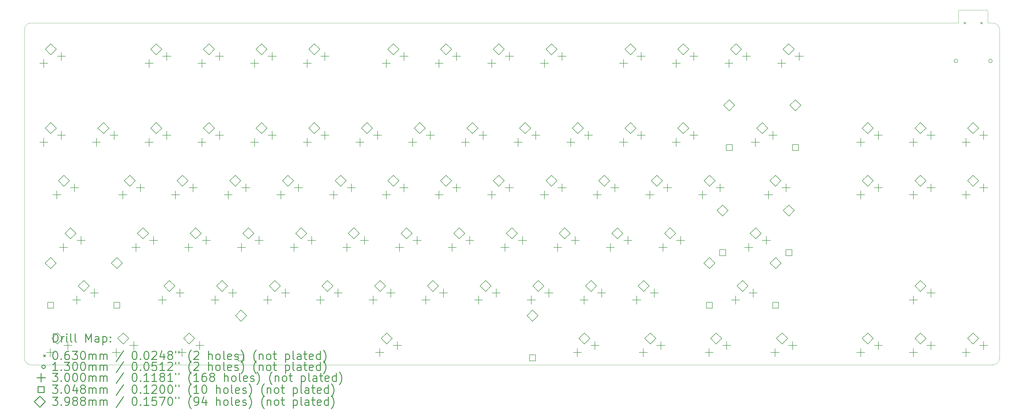
<source format=gbr>
%FSLAX45Y45*%
G04 Gerber Fmt 4.5, Leading zero omitted, Abs format (unit mm)*
G04 Created by KiCad (PCBNEW 5.1.10-88a1d61d58~90~ubuntu21.04.1) date 2021-09-24 17:07:21*
%MOMM*%
%LPD*%
G01*
G04 APERTURE LIST*
%TA.AperFunction,Profile*%
%ADD10C,0.050000*%
%TD*%
%ADD11C,0.200000*%
%ADD12C,0.300000*%
G04 APERTURE END LIST*
D10*
X32720000Y950000D02*
X27550000Y950000D01*
X33730000Y1420000D02*
G75*
G02*
X33780000Y1370000I0J-50000D01*
G01*
X32720000Y1370000D02*
G75*
G02*
X32770000Y1420000I50000J0D01*
G01*
X32720000Y1370000D02*
X32720000Y950000D01*
X32770000Y1420000D02*
X33250000Y1420000D01*
X33730000Y1420000D02*
X33250000Y1420000D01*
X33780000Y950000D02*
X33962500Y950000D01*
X33780000Y1370000D02*
X33780000Y950000D01*
X27550000Y950000D02*
X-475000Y950000D01*
X-950000Y712500D02*
G75*
G02*
X-712500Y950000I237500J0D01*
G01*
X-712500Y-11400000D02*
G75*
G02*
X-950000Y-11162500I0J237500D01*
G01*
X34200000Y-11162500D02*
G75*
G02*
X33962500Y-11400000I-237500J0D01*
G01*
X33962500Y950000D02*
G75*
G02*
X34200000Y712500I0J-237500D01*
G01*
X34200000Y475000D02*
X34200000Y712500D01*
X33962500Y-11400000D02*
X33725000Y-11400000D01*
X34200000Y-11162500D02*
X34200000Y-10925000D01*
X-950000Y-10925000D02*
X-950000Y-11162500D01*
X-475000Y-11400000D02*
X-712500Y-11400000D01*
X-475000Y950000D02*
X-712500Y950000D01*
X-950000Y475000D02*
X-950000Y712500D01*
X-950000Y475000D02*
X-950000Y-10925000D01*
X34200000Y-10925000D02*
X34200000Y475000D01*
X-475000Y-11400000D02*
X33725000Y-11400000D01*
D11*
X32918500Y979000D02*
X32981500Y916000D01*
X32981500Y979000D02*
X32918500Y916000D01*
X33518500Y979000D02*
X33581500Y916000D01*
X33581500Y979000D02*
X33518500Y916000D01*
X32690000Y-420000D02*
G75*
G03*
X32690000Y-420000I-65000J0D01*
G01*
X33940000Y-420000D02*
G75*
G03*
X33940000Y-420000I-65000J0D01*
G01*
X-254000Y-358000D02*
X-254000Y-658000D01*
X-404000Y-508000D02*
X-104000Y-508000D01*
X-254000Y-3208000D02*
X-254000Y-3508000D01*
X-404000Y-3358000D02*
X-104000Y-3358000D01*
X-16500Y-10808000D02*
X-16500Y-11108000D01*
X-166500Y-10958000D02*
X133500Y-10958000D01*
X221000Y-5108000D02*
X221000Y-5408000D01*
X71000Y-5258000D02*
X371000Y-5258000D01*
X381000Y-104000D02*
X381000Y-404000D01*
X231000Y-254000D02*
X531000Y-254000D01*
X381000Y-2954000D02*
X381000Y-3254000D01*
X231000Y-3104000D02*
X531000Y-3104000D01*
X458500Y-7008000D02*
X458500Y-7308000D01*
X308500Y-7158000D02*
X608500Y-7158000D01*
X618500Y-10554000D02*
X618500Y-10854000D01*
X468500Y-10704000D02*
X768500Y-10704000D01*
X856000Y-4854000D02*
X856000Y-5154000D01*
X706000Y-5004000D02*
X1006000Y-5004000D01*
X933500Y-8908000D02*
X933500Y-9208000D01*
X783500Y-9058000D02*
X1083500Y-9058000D01*
X1093500Y-6754000D02*
X1093500Y-7054000D01*
X943500Y-6904000D02*
X1243500Y-6904000D01*
X1568500Y-8654000D02*
X1568500Y-8954000D01*
X1418500Y-8804000D02*
X1718500Y-8804000D01*
X1646000Y-3208000D02*
X1646000Y-3508000D01*
X1496000Y-3358000D02*
X1796000Y-3358000D01*
X2281000Y-2954000D02*
X2281000Y-3254000D01*
X2131000Y-3104000D02*
X2431000Y-3104000D01*
X2358500Y-10808000D02*
X2358500Y-11108000D01*
X2208500Y-10958000D02*
X2508500Y-10958000D01*
X2596000Y-5108000D02*
X2596000Y-5408000D01*
X2446000Y-5258000D02*
X2746000Y-5258000D01*
X2993500Y-10554000D02*
X2993500Y-10854000D01*
X2843500Y-10704000D02*
X3143500Y-10704000D01*
X3071000Y-7008000D02*
X3071000Y-7308000D01*
X2921000Y-7158000D02*
X3221000Y-7158000D01*
X3231000Y-4854000D02*
X3231000Y-5154000D01*
X3081000Y-5004000D02*
X3381000Y-5004000D01*
X3546000Y-358000D02*
X3546000Y-658000D01*
X3396000Y-508000D02*
X3696000Y-508000D01*
X3546000Y-3208000D02*
X3546000Y-3508000D01*
X3396000Y-3358000D02*
X3696000Y-3358000D01*
X3706000Y-6754000D02*
X3706000Y-7054000D01*
X3556000Y-6904000D02*
X3856000Y-6904000D01*
X4021000Y-8908000D02*
X4021000Y-9208000D01*
X3871000Y-9058000D02*
X4171000Y-9058000D01*
X4181000Y-104000D02*
X4181000Y-404000D01*
X4031000Y-254000D02*
X4331000Y-254000D01*
X4181000Y-2954000D02*
X4181000Y-3254000D01*
X4031000Y-3104000D02*
X4331000Y-3104000D01*
X4496000Y-5108000D02*
X4496000Y-5408000D01*
X4346000Y-5258000D02*
X4646000Y-5258000D01*
X4656000Y-8654000D02*
X4656000Y-8954000D01*
X4506000Y-8804000D02*
X4806000Y-8804000D01*
X4733500Y-10808000D02*
X4733500Y-11108000D01*
X4583500Y-10958000D02*
X4883500Y-10958000D01*
X4971000Y-7008000D02*
X4971000Y-7308000D01*
X4821000Y-7158000D02*
X5121000Y-7158000D01*
X5131000Y-4854000D02*
X5131000Y-5154000D01*
X4981000Y-5004000D02*
X5281000Y-5004000D01*
X5368500Y-10554000D02*
X5368500Y-10854000D01*
X5218500Y-10704000D02*
X5518500Y-10704000D01*
X5446000Y-358000D02*
X5446000Y-658000D01*
X5296000Y-508000D02*
X5596000Y-508000D01*
X5446000Y-3208000D02*
X5446000Y-3508000D01*
X5296000Y-3358000D02*
X5596000Y-3358000D01*
X5606000Y-6754000D02*
X5606000Y-7054000D01*
X5456000Y-6904000D02*
X5756000Y-6904000D01*
X5921000Y-8908000D02*
X5921000Y-9208000D01*
X5771000Y-9058000D02*
X6071000Y-9058000D01*
X6081000Y-104000D02*
X6081000Y-404000D01*
X5931000Y-254000D02*
X6231000Y-254000D01*
X6081000Y-2954000D02*
X6081000Y-3254000D01*
X5931000Y-3104000D02*
X6231000Y-3104000D01*
X6396000Y-5108000D02*
X6396000Y-5408000D01*
X6246000Y-5258000D02*
X6546000Y-5258000D01*
X6556000Y-8654000D02*
X6556000Y-8954000D01*
X6406000Y-8804000D02*
X6706000Y-8804000D01*
X6871000Y-7008000D02*
X6871000Y-7308000D01*
X6721000Y-7158000D02*
X7021000Y-7158000D01*
X7031000Y-4854000D02*
X7031000Y-5154000D01*
X6881000Y-5004000D02*
X7181000Y-5004000D01*
X7346000Y-358000D02*
X7346000Y-658000D01*
X7196000Y-508000D02*
X7496000Y-508000D01*
X7346000Y-3208000D02*
X7346000Y-3508000D01*
X7196000Y-3358000D02*
X7496000Y-3358000D01*
X7506000Y-6754000D02*
X7506000Y-7054000D01*
X7356000Y-6904000D02*
X7656000Y-6904000D01*
X7821000Y-8908000D02*
X7821000Y-9208000D01*
X7671000Y-9058000D02*
X7971000Y-9058000D01*
X7981000Y-104000D02*
X7981000Y-404000D01*
X7831000Y-254000D02*
X8131000Y-254000D01*
X7981000Y-2954000D02*
X7981000Y-3254000D01*
X7831000Y-3104000D02*
X8131000Y-3104000D01*
X8296000Y-5108000D02*
X8296000Y-5408000D01*
X8146000Y-5258000D02*
X8446000Y-5258000D01*
X8456000Y-8654000D02*
X8456000Y-8954000D01*
X8306000Y-8804000D02*
X8606000Y-8804000D01*
X8771000Y-7008000D02*
X8771000Y-7308000D01*
X8621000Y-7158000D02*
X8921000Y-7158000D01*
X8931000Y-4854000D02*
X8931000Y-5154000D01*
X8781000Y-5004000D02*
X9081000Y-5004000D01*
X9246000Y-358000D02*
X9246000Y-658000D01*
X9096000Y-508000D02*
X9396000Y-508000D01*
X9246000Y-3208000D02*
X9246000Y-3508000D01*
X9096000Y-3358000D02*
X9396000Y-3358000D01*
X9406000Y-6754000D02*
X9406000Y-7054000D01*
X9256000Y-6904000D02*
X9556000Y-6904000D01*
X9721000Y-8908000D02*
X9721000Y-9208000D01*
X9571000Y-9058000D02*
X9871000Y-9058000D01*
X9881000Y-104000D02*
X9881000Y-404000D01*
X9731000Y-254000D02*
X10031000Y-254000D01*
X9881000Y-2954000D02*
X9881000Y-3254000D01*
X9731000Y-3104000D02*
X10031000Y-3104000D01*
X10196000Y-5108000D02*
X10196000Y-5408000D01*
X10046000Y-5258000D02*
X10346000Y-5258000D01*
X10356000Y-8654000D02*
X10356000Y-8954000D01*
X10206000Y-8804000D02*
X10506000Y-8804000D01*
X10671000Y-7008000D02*
X10671000Y-7308000D01*
X10521000Y-7158000D02*
X10821000Y-7158000D01*
X10831000Y-4854000D02*
X10831000Y-5154000D01*
X10681000Y-5004000D02*
X10981000Y-5004000D01*
X11146000Y-3208000D02*
X11146000Y-3508000D01*
X10996000Y-3358000D02*
X11296000Y-3358000D01*
X11306000Y-6754000D02*
X11306000Y-7054000D01*
X11156000Y-6904000D02*
X11456000Y-6904000D01*
X11621000Y-8908000D02*
X11621000Y-9208000D01*
X11471000Y-9058000D02*
X11771000Y-9058000D01*
X11781000Y-2954000D02*
X11781000Y-3254000D01*
X11631000Y-3104000D02*
X11931000Y-3104000D01*
X11858500Y-10808000D02*
X11858500Y-11108000D01*
X11708500Y-10958000D02*
X12008500Y-10958000D01*
X12096000Y-358000D02*
X12096000Y-658000D01*
X11946000Y-508000D02*
X12246000Y-508000D01*
X12096000Y-5108000D02*
X12096000Y-5408000D01*
X11946000Y-5258000D02*
X12246000Y-5258000D01*
X12256000Y-8654000D02*
X12256000Y-8954000D01*
X12106000Y-8804000D02*
X12406000Y-8804000D01*
X12493500Y-10554000D02*
X12493500Y-10854000D01*
X12343500Y-10704000D02*
X12643500Y-10704000D01*
X12571000Y-7008000D02*
X12571000Y-7308000D01*
X12421000Y-7158000D02*
X12721000Y-7158000D01*
X12731000Y-104000D02*
X12731000Y-404000D01*
X12581000Y-254000D02*
X12881000Y-254000D01*
X12731000Y-4854000D02*
X12731000Y-5154000D01*
X12581000Y-5004000D02*
X12881000Y-5004000D01*
X13046000Y-3208000D02*
X13046000Y-3508000D01*
X12896000Y-3358000D02*
X13196000Y-3358000D01*
X13206000Y-6754000D02*
X13206000Y-7054000D01*
X13056000Y-6904000D02*
X13356000Y-6904000D01*
X13521000Y-8908000D02*
X13521000Y-9208000D01*
X13371000Y-9058000D02*
X13671000Y-9058000D01*
X13681000Y-2954000D02*
X13681000Y-3254000D01*
X13531000Y-3104000D02*
X13831000Y-3104000D01*
X13996000Y-358000D02*
X13996000Y-658000D01*
X13846000Y-508000D02*
X14146000Y-508000D01*
X13996000Y-5108000D02*
X13996000Y-5408000D01*
X13846000Y-5258000D02*
X14146000Y-5258000D01*
X14156000Y-8654000D02*
X14156000Y-8954000D01*
X14006000Y-8804000D02*
X14306000Y-8804000D01*
X14471000Y-7008000D02*
X14471000Y-7308000D01*
X14321000Y-7158000D02*
X14621000Y-7158000D01*
X14631000Y-104000D02*
X14631000Y-404000D01*
X14481000Y-254000D02*
X14781000Y-254000D01*
X14631000Y-4854000D02*
X14631000Y-5154000D01*
X14481000Y-5004000D02*
X14781000Y-5004000D01*
X14946000Y-3208000D02*
X14946000Y-3508000D01*
X14796000Y-3358000D02*
X15096000Y-3358000D01*
X15106000Y-6754000D02*
X15106000Y-7054000D01*
X14956000Y-6904000D02*
X15256000Y-6904000D01*
X15421000Y-8908000D02*
X15421000Y-9208000D01*
X15271000Y-9058000D02*
X15571000Y-9058000D01*
X15581000Y-2954000D02*
X15581000Y-3254000D01*
X15431000Y-3104000D02*
X15731000Y-3104000D01*
X15896000Y-358000D02*
X15896000Y-658000D01*
X15746000Y-508000D02*
X16046000Y-508000D01*
X15896000Y-5108000D02*
X15896000Y-5408000D01*
X15746000Y-5258000D02*
X16046000Y-5258000D01*
X16056000Y-8654000D02*
X16056000Y-8954000D01*
X15906000Y-8804000D02*
X16206000Y-8804000D01*
X16371000Y-7008000D02*
X16371000Y-7308000D01*
X16221000Y-7158000D02*
X16521000Y-7158000D01*
X16531000Y-104000D02*
X16531000Y-404000D01*
X16381000Y-254000D02*
X16681000Y-254000D01*
X16531000Y-4854000D02*
X16531000Y-5154000D01*
X16381000Y-5004000D02*
X16681000Y-5004000D01*
X16846000Y-3208000D02*
X16846000Y-3508000D01*
X16696000Y-3358000D02*
X16996000Y-3358000D01*
X17006000Y-6754000D02*
X17006000Y-7054000D01*
X16856000Y-6904000D02*
X17156000Y-6904000D01*
X17321000Y-8908000D02*
X17321000Y-9208000D01*
X17171000Y-9058000D02*
X17471000Y-9058000D01*
X17481000Y-2954000D02*
X17481000Y-3254000D01*
X17331000Y-3104000D02*
X17631000Y-3104000D01*
X17796000Y-358000D02*
X17796000Y-658000D01*
X17646000Y-508000D02*
X17946000Y-508000D01*
X17796000Y-5108000D02*
X17796000Y-5408000D01*
X17646000Y-5258000D02*
X17946000Y-5258000D01*
X17956000Y-8654000D02*
X17956000Y-8954000D01*
X17806000Y-8804000D02*
X18106000Y-8804000D01*
X18271000Y-7008000D02*
X18271000Y-7308000D01*
X18121000Y-7158000D02*
X18421000Y-7158000D01*
X18431000Y-104000D02*
X18431000Y-404000D01*
X18281000Y-254000D02*
X18581000Y-254000D01*
X18431000Y-4854000D02*
X18431000Y-5154000D01*
X18281000Y-5004000D02*
X18581000Y-5004000D01*
X18746000Y-3208000D02*
X18746000Y-3508000D01*
X18596000Y-3358000D02*
X18896000Y-3358000D01*
X18906000Y-6754000D02*
X18906000Y-7054000D01*
X18756000Y-6904000D02*
X19056000Y-6904000D01*
X18983500Y-10808000D02*
X18983500Y-11108000D01*
X18833500Y-10958000D02*
X19133500Y-10958000D01*
X19221000Y-8908000D02*
X19221000Y-9208000D01*
X19071000Y-9058000D02*
X19371000Y-9058000D01*
X19381000Y-2954000D02*
X19381000Y-3254000D01*
X19231000Y-3104000D02*
X19531000Y-3104000D01*
X19618500Y-10554000D02*
X19618500Y-10854000D01*
X19468500Y-10704000D02*
X19768500Y-10704000D01*
X19696000Y-5108000D02*
X19696000Y-5408000D01*
X19546000Y-5258000D02*
X19846000Y-5258000D01*
X19856000Y-8654000D02*
X19856000Y-8954000D01*
X19706000Y-8804000D02*
X20006000Y-8804000D01*
X20171000Y-7008000D02*
X20171000Y-7308000D01*
X20021000Y-7158000D02*
X20321000Y-7158000D01*
X20331000Y-4854000D02*
X20331000Y-5154000D01*
X20181000Y-5004000D02*
X20481000Y-5004000D01*
X20646000Y-358000D02*
X20646000Y-658000D01*
X20496000Y-508000D02*
X20796000Y-508000D01*
X20646000Y-3208000D02*
X20646000Y-3508000D01*
X20496000Y-3358000D02*
X20796000Y-3358000D01*
X20806000Y-6754000D02*
X20806000Y-7054000D01*
X20656000Y-6904000D02*
X20956000Y-6904000D01*
X21121000Y-8908000D02*
X21121000Y-9208000D01*
X20971000Y-9058000D02*
X21271000Y-9058000D01*
X21281000Y-104000D02*
X21281000Y-404000D01*
X21131000Y-254000D02*
X21431000Y-254000D01*
X21281000Y-2954000D02*
X21281000Y-3254000D01*
X21131000Y-3104000D02*
X21431000Y-3104000D01*
X21358500Y-10808000D02*
X21358500Y-11108000D01*
X21208500Y-10958000D02*
X21508500Y-10958000D01*
X21596000Y-5108000D02*
X21596000Y-5408000D01*
X21446000Y-5258000D02*
X21746000Y-5258000D01*
X21756000Y-8654000D02*
X21756000Y-8954000D01*
X21606000Y-8804000D02*
X21906000Y-8804000D01*
X21993500Y-10554000D02*
X21993500Y-10854000D01*
X21843500Y-10704000D02*
X22143500Y-10704000D01*
X22071000Y-7008000D02*
X22071000Y-7308000D01*
X21921000Y-7158000D02*
X22221000Y-7158000D01*
X22231000Y-4854000D02*
X22231000Y-5154000D01*
X22081000Y-5004000D02*
X22381000Y-5004000D01*
X22546000Y-358000D02*
X22546000Y-658000D01*
X22396000Y-508000D02*
X22696000Y-508000D01*
X22546000Y-3208000D02*
X22546000Y-3508000D01*
X22396000Y-3358000D02*
X22696000Y-3358000D01*
X22706000Y-6754000D02*
X22706000Y-7054000D01*
X22556000Y-6904000D02*
X22856000Y-6904000D01*
X23181000Y-104000D02*
X23181000Y-404000D01*
X23031000Y-254000D02*
X23331000Y-254000D01*
X23181000Y-2954000D02*
X23181000Y-3254000D01*
X23031000Y-3104000D02*
X23331000Y-3104000D01*
X23496000Y-5108000D02*
X23496000Y-5408000D01*
X23346000Y-5258000D02*
X23646000Y-5258000D01*
X23733500Y-10808000D02*
X23733500Y-11108000D01*
X23583500Y-10958000D02*
X23883500Y-10958000D01*
X24131000Y-4854000D02*
X24131000Y-5154000D01*
X23981000Y-5004000D02*
X24281000Y-5004000D01*
X24368500Y-10554000D02*
X24368500Y-10854000D01*
X24218500Y-10704000D02*
X24518500Y-10704000D01*
X24446000Y-358000D02*
X24446000Y-658000D01*
X24296000Y-508000D02*
X24596000Y-508000D01*
X24683500Y-8908000D02*
X24683500Y-9208000D01*
X24533500Y-9058000D02*
X24833500Y-9058000D01*
X25081000Y-104000D02*
X25081000Y-404000D01*
X24931000Y-254000D02*
X25231000Y-254000D01*
X25158500Y-7008000D02*
X25158500Y-7308000D01*
X25008500Y-7158000D02*
X25308500Y-7158000D01*
X25318500Y-8654000D02*
X25318500Y-8954000D01*
X25168500Y-8804000D02*
X25468500Y-8804000D01*
X25396000Y-3208000D02*
X25396000Y-3508000D01*
X25246000Y-3358000D02*
X25546000Y-3358000D01*
X25793500Y-6754000D02*
X25793500Y-7054000D01*
X25643500Y-6904000D02*
X25943500Y-6904000D01*
X25871000Y-5108000D02*
X25871000Y-5408000D01*
X25721000Y-5258000D02*
X26021000Y-5258000D01*
X26031000Y-2954000D02*
X26031000Y-3254000D01*
X25881000Y-3104000D02*
X26181000Y-3104000D01*
X26108500Y-10808000D02*
X26108500Y-11108000D01*
X25958500Y-10958000D02*
X26258500Y-10958000D01*
X26346000Y-358000D02*
X26346000Y-658000D01*
X26196000Y-508000D02*
X26496000Y-508000D01*
X26506000Y-4854000D02*
X26506000Y-5154000D01*
X26356000Y-5004000D02*
X26656000Y-5004000D01*
X26743500Y-10554000D02*
X26743500Y-10854000D01*
X26593500Y-10704000D02*
X26893500Y-10704000D01*
X26981000Y-104000D02*
X26981000Y-404000D01*
X26831000Y-254000D02*
X27131000Y-254000D01*
X29196000Y-3208000D02*
X29196000Y-3508000D01*
X29046000Y-3358000D02*
X29346000Y-3358000D01*
X29196000Y-5108000D02*
X29196000Y-5408000D01*
X29046000Y-5258000D02*
X29346000Y-5258000D01*
X29196000Y-10808000D02*
X29196000Y-11108000D01*
X29046000Y-10958000D02*
X29346000Y-10958000D01*
X29831000Y-2954000D02*
X29831000Y-3254000D01*
X29681000Y-3104000D02*
X29981000Y-3104000D01*
X29831000Y-4854000D02*
X29831000Y-5154000D01*
X29681000Y-5004000D02*
X29981000Y-5004000D01*
X29831000Y-10554000D02*
X29831000Y-10854000D01*
X29681000Y-10704000D02*
X29981000Y-10704000D01*
X31096000Y-3208000D02*
X31096000Y-3508000D01*
X30946000Y-3358000D02*
X31246000Y-3358000D01*
X31096000Y-5108000D02*
X31096000Y-5408000D01*
X30946000Y-5258000D02*
X31246000Y-5258000D01*
X31096000Y-8908000D02*
X31096000Y-9208000D01*
X30946000Y-9058000D02*
X31246000Y-9058000D01*
X31096000Y-10808000D02*
X31096000Y-11108000D01*
X30946000Y-10958000D02*
X31246000Y-10958000D01*
X31731000Y-2954000D02*
X31731000Y-3254000D01*
X31581000Y-3104000D02*
X31881000Y-3104000D01*
X31731000Y-4854000D02*
X31731000Y-5154000D01*
X31581000Y-5004000D02*
X31881000Y-5004000D01*
X31731000Y-8654000D02*
X31731000Y-8954000D01*
X31581000Y-8804000D02*
X31881000Y-8804000D01*
X31731000Y-10554000D02*
X31731000Y-10854000D01*
X31581000Y-10704000D02*
X31881000Y-10704000D01*
X32996000Y-3208000D02*
X32996000Y-3508000D01*
X32846000Y-3358000D02*
X33146000Y-3358000D01*
X32996000Y-5108000D02*
X32996000Y-5408000D01*
X32846000Y-5258000D02*
X33146000Y-5258000D01*
X32996000Y-10808000D02*
X32996000Y-11108000D01*
X32846000Y-10958000D02*
X33146000Y-10958000D01*
X33631000Y-2954000D02*
X33631000Y-3254000D01*
X33481000Y-3104000D02*
X33781000Y-3104000D01*
X33631000Y-4854000D02*
X33631000Y-5154000D01*
X33481000Y-5004000D02*
X33781000Y-5004000D01*
X33631000Y-10554000D02*
X33631000Y-10854000D01*
X33481000Y-10704000D02*
X33781000Y-10704000D01*
X101464Y-9356264D02*
X101464Y-9140736D01*
X-114064Y-9140736D01*
X-114064Y-9356264D01*
X101464Y-9356264D01*
X2489064Y-9356264D02*
X2489064Y-9140736D01*
X2273536Y-9140736D01*
X2273536Y-9356264D01*
X2489064Y-9356264D01*
X6966264Y-11256264D02*
X6966264Y-11040736D01*
X6750736Y-11040736D01*
X6750736Y-11256264D01*
X6966264Y-11256264D01*
X17474264Y-11256264D02*
X17474264Y-11040736D01*
X17258736Y-11040736D01*
X17258736Y-11256264D01*
X17474264Y-11256264D01*
X23851464Y-9356264D02*
X23851464Y-9140736D01*
X23635936Y-9140736D01*
X23635936Y-9356264D01*
X23851464Y-9356264D01*
X24326464Y-7456264D02*
X24326464Y-7240736D01*
X24110936Y-7240736D01*
X24110936Y-7456264D01*
X24326464Y-7456264D01*
X24563964Y-3656264D02*
X24563964Y-3440736D01*
X24348436Y-3440736D01*
X24348436Y-3656264D01*
X24563964Y-3656264D01*
X26239064Y-9356264D02*
X26239064Y-9140736D01*
X26023536Y-9140736D01*
X26023536Y-9356264D01*
X26239064Y-9356264D01*
X26714064Y-7456264D02*
X26714064Y-7240736D01*
X26498536Y-7240736D01*
X26498536Y-7456264D01*
X26714064Y-7456264D01*
X26951564Y-3656264D02*
X26951564Y-3440736D01*
X26736036Y-3440736D01*
X26736036Y-3656264D01*
X26951564Y-3656264D01*
X-6300Y-7923890D02*
X193090Y-7724500D01*
X-6300Y-7525110D01*
X-205690Y-7724500D01*
X-6300Y-7923890D01*
X0Y-199390D02*
X199390Y0D01*
X0Y199390D01*
X-199390Y0D01*
X0Y-199390D01*
X0Y-3049390D02*
X199390Y-2850000D01*
X0Y-2650610D01*
X-199390Y-2850000D01*
X0Y-3049390D01*
X237500Y-10649390D02*
X436890Y-10450000D01*
X237500Y-10250610D01*
X38110Y-10450000D01*
X237500Y-10649390D01*
X475000Y-4949390D02*
X674390Y-4750000D01*
X475000Y-4550610D01*
X275610Y-4750000D01*
X475000Y-4949390D01*
X712500Y-6849390D02*
X911890Y-6650000D01*
X712500Y-6450610D01*
X513110Y-6650000D01*
X712500Y-6849390D01*
X1187500Y-8749390D02*
X1386890Y-8550000D01*
X1187500Y-8350610D01*
X988110Y-8550000D01*
X1187500Y-8749390D01*
X1900000Y-3049390D02*
X2099390Y-2850000D01*
X1900000Y-2650610D01*
X1700610Y-2850000D01*
X1900000Y-3049390D01*
X2381300Y-7923890D02*
X2580690Y-7724500D01*
X2381300Y-7525110D01*
X2181910Y-7724500D01*
X2381300Y-7923890D01*
X2612500Y-10649390D02*
X2811890Y-10450000D01*
X2612500Y-10250610D01*
X2413110Y-10450000D01*
X2612500Y-10649390D01*
X2850000Y-4949390D02*
X3049390Y-4750000D01*
X2850000Y-4550610D01*
X2650610Y-4750000D01*
X2850000Y-4949390D01*
X3325000Y-6849390D02*
X3524390Y-6650000D01*
X3325000Y-6450610D01*
X3125610Y-6650000D01*
X3325000Y-6849390D01*
X3800000Y-199390D02*
X3999390Y0D01*
X3800000Y199390D01*
X3600610Y0D01*
X3800000Y-199390D01*
X3800000Y-3049390D02*
X3999390Y-2850000D01*
X3800000Y-2650610D01*
X3600610Y-2850000D01*
X3800000Y-3049390D01*
X4275000Y-8749390D02*
X4474390Y-8550000D01*
X4275000Y-8350610D01*
X4075610Y-8550000D01*
X4275000Y-8749390D01*
X4750000Y-4949390D02*
X4949390Y-4750000D01*
X4750000Y-4550610D01*
X4550610Y-4750000D01*
X4750000Y-4949390D01*
X4987500Y-10649390D02*
X5186890Y-10450000D01*
X4987500Y-10250610D01*
X4788110Y-10450000D01*
X4987500Y-10649390D01*
X5225000Y-6849390D02*
X5424390Y-6650000D01*
X5225000Y-6450610D01*
X5025610Y-6650000D01*
X5225000Y-6849390D01*
X5700000Y-199390D02*
X5899390Y0D01*
X5700000Y199390D01*
X5500610Y0D01*
X5700000Y-199390D01*
X5700000Y-3049390D02*
X5899390Y-2850000D01*
X5700000Y-2650610D01*
X5500610Y-2850000D01*
X5700000Y-3049390D01*
X6175000Y-8749390D02*
X6374390Y-8550000D01*
X6175000Y-8350610D01*
X5975610Y-8550000D01*
X6175000Y-8749390D01*
X6650000Y-4949390D02*
X6849390Y-4750000D01*
X6650000Y-4550610D01*
X6450610Y-4750000D01*
X6650000Y-4949390D01*
X6858500Y-9823890D02*
X7057890Y-9624500D01*
X6858500Y-9425110D01*
X6659110Y-9624500D01*
X6858500Y-9823890D01*
X7125000Y-6849390D02*
X7324390Y-6650000D01*
X7125000Y-6450610D01*
X6925610Y-6650000D01*
X7125000Y-6849390D01*
X7600000Y-199390D02*
X7799390Y0D01*
X7600000Y199390D01*
X7400610Y0D01*
X7600000Y-199390D01*
X7600000Y-3049390D02*
X7799390Y-2850000D01*
X7600000Y-2650610D01*
X7400610Y-2850000D01*
X7600000Y-3049390D01*
X8075000Y-8749390D02*
X8274390Y-8550000D01*
X8075000Y-8350610D01*
X7875610Y-8550000D01*
X8075000Y-8749390D01*
X8550000Y-4949390D02*
X8749390Y-4750000D01*
X8550000Y-4550610D01*
X8350610Y-4750000D01*
X8550000Y-4949390D01*
X9025000Y-6849390D02*
X9224390Y-6650000D01*
X9025000Y-6450610D01*
X8825610Y-6650000D01*
X9025000Y-6849390D01*
X9500000Y-199390D02*
X9699390Y0D01*
X9500000Y199390D01*
X9300610Y0D01*
X9500000Y-199390D01*
X9500000Y-3049390D02*
X9699390Y-2850000D01*
X9500000Y-2650610D01*
X9300610Y-2850000D01*
X9500000Y-3049390D01*
X9975000Y-8749390D02*
X10174390Y-8550000D01*
X9975000Y-8350610D01*
X9775610Y-8550000D01*
X9975000Y-8749390D01*
X10450000Y-4949390D02*
X10649390Y-4750000D01*
X10450000Y-4550610D01*
X10250610Y-4750000D01*
X10450000Y-4949390D01*
X10925000Y-6849390D02*
X11124390Y-6650000D01*
X10925000Y-6450610D01*
X10725610Y-6650000D01*
X10925000Y-6849390D01*
X11400000Y-3049390D02*
X11599390Y-2850000D01*
X11400000Y-2650610D01*
X11200610Y-2850000D01*
X11400000Y-3049390D01*
X11875000Y-8749390D02*
X12074390Y-8550000D01*
X11875000Y-8350610D01*
X11675610Y-8550000D01*
X11875000Y-8749390D01*
X12112500Y-10649390D02*
X12311890Y-10450000D01*
X12112500Y-10250610D01*
X11913110Y-10450000D01*
X12112500Y-10649390D01*
X12350000Y-199390D02*
X12549390Y0D01*
X12350000Y199390D01*
X12150610Y0D01*
X12350000Y-199390D01*
X12350000Y-4949390D02*
X12549390Y-4750000D01*
X12350000Y-4550610D01*
X12150610Y-4750000D01*
X12350000Y-4949390D01*
X12825000Y-6849390D02*
X13024390Y-6650000D01*
X12825000Y-6450610D01*
X12625610Y-6650000D01*
X12825000Y-6849390D01*
X13300000Y-3049390D02*
X13499390Y-2850000D01*
X13300000Y-2650610D01*
X13100610Y-2850000D01*
X13300000Y-3049390D01*
X13775000Y-8749390D02*
X13974390Y-8550000D01*
X13775000Y-8350610D01*
X13575610Y-8550000D01*
X13775000Y-8749390D01*
X14250000Y-199390D02*
X14449390Y0D01*
X14250000Y199390D01*
X14050610Y0D01*
X14250000Y-199390D01*
X14250000Y-4949390D02*
X14449390Y-4750000D01*
X14250000Y-4550610D01*
X14050610Y-4750000D01*
X14250000Y-4949390D01*
X14725000Y-6849390D02*
X14924390Y-6650000D01*
X14725000Y-6450610D01*
X14525610Y-6650000D01*
X14725000Y-6849390D01*
X15200000Y-3049390D02*
X15399390Y-2850000D01*
X15200000Y-2650610D01*
X15000610Y-2850000D01*
X15200000Y-3049390D01*
X15675000Y-8749390D02*
X15874390Y-8550000D01*
X15675000Y-8350610D01*
X15475610Y-8550000D01*
X15675000Y-8749390D01*
X16150000Y-199390D02*
X16349390Y0D01*
X16150000Y199390D01*
X15950610Y0D01*
X16150000Y-199390D01*
X16150000Y-4949390D02*
X16349390Y-4750000D01*
X16150000Y-4550610D01*
X15950610Y-4750000D01*
X16150000Y-4949390D01*
X16625000Y-6849390D02*
X16824390Y-6650000D01*
X16625000Y-6450610D01*
X16425610Y-6650000D01*
X16625000Y-6849390D01*
X17100000Y-3049390D02*
X17299390Y-2850000D01*
X17100000Y-2650610D01*
X16900610Y-2850000D01*
X17100000Y-3049390D01*
X17366500Y-9823890D02*
X17565890Y-9624500D01*
X17366500Y-9425110D01*
X17167110Y-9624500D01*
X17366500Y-9823890D01*
X17575000Y-8749390D02*
X17774390Y-8550000D01*
X17575000Y-8350610D01*
X17375610Y-8550000D01*
X17575000Y-8749390D01*
X18050000Y-199390D02*
X18249390Y0D01*
X18050000Y199390D01*
X17850610Y0D01*
X18050000Y-199390D01*
X18050000Y-4949390D02*
X18249390Y-4750000D01*
X18050000Y-4550610D01*
X17850610Y-4750000D01*
X18050000Y-4949390D01*
X18525000Y-6849390D02*
X18724390Y-6650000D01*
X18525000Y-6450610D01*
X18325610Y-6650000D01*
X18525000Y-6849390D01*
X19000000Y-3049390D02*
X19199390Y-2850000D01*
X19000000Y-2650610D01*
X18800610Y-2850000D01*
X19000000Y-3049390D01*
X19237500Y-10649390D02*
X19436890Y-10450000D01*
X19237500Y-10250610D01*
X19038110Y-10450000D01*
X19237500Y-10649390D01*
X19475000Y-8749390D02*
X19674390Y-8550000D01*
X19475000Y-8350610D01*
X19275610Y-8550000D01*
X19475000Y-8749390D01*
X19950000Y-4949390D02*
X20149390Y-4750000D01*
X19950000Y-4550610D01*
X19750610Y-4750000D01*
X19950000Y-4949390D01*
X20425000Y-6849390D02*
X20624390Y-6650000D01*
X20425000Y-6450610D01*
X20225610Y-6650000D01*
X20425000Y-6849390D01*
X20900000Y-199390D02*
X21099390Y0D01*
X20900000Y199390D01*
X20700610Y0D01*
X20900000Y-199390D01*
X20900000Y-3049390D02*
X21099390Y-2850000D01*
X20900000Y-2650610D01*
X20700610Y-2850000D01*
X20900000Y-3049390D01*
X21375000Y-8749390D02*
X21574390Y-8550000D01*
X21375000Y-8350610D01*
X21175610Y-8550000D01*
X21375000Y-8749390D01*
X21612500Y-10649390D02*
X21811890Y-10450000D01*
X21612500Y-10250610D01*
X21413110Y-10450000D01*
X21612500Y-10649390D01*
X21850000Y-4949390D02*
X22049390Y-4750000D01*
X21850000Y-4550610D01*
X21650610Y-4750000D01*
X21850000Y-4949390D01*
X22325000Y-6849390D02*
X22524390Y-6650000D01*
X22325000Y-6450610D01*
X22125610Y-6650000D01*
X22325000Y-6849390D01*
X22800000Y-199390D02*
X22999390Y0D01*
X22800000Y199390D01*
X22600610Y0D01*
X22800000Y-199390D01*
X22800000Y-3049390D02*
X22999390Y-2850000D01*
X22800000Y-2650610D01*
X22600610Y-2850000D01*
X22800000Y-3049390D01*
X23743700Y-7923890D02*
X23943090Y-7724500D01*
X23743700Y-7525110D01*
X23544310Y-7724500D01*
X23743700Y-7923890D01*
X23750000Y-4949390D02*
X23949390Y-4750000D01*
X23750000Y-4550610D01*
X23550610Y-4750000D01*
X23750000Y-4949390D01*
X23987500Y-10649390D02*
X24186890Y-10450000D01*
X23987500Y-10250610D01*
X23788110Y-10450000D01*
X23987500Y-10649390D01*
X24218700Y-6023890D02*
X24418090Y-5824500D01*
X24218700Y-5625110D01*
X24019310Y-5824500D01*
X24218700Y-6023890D01*
X24456200Y-2223890D02*
X24655590Y-2024500D01*
X24456200Y-1825110D01*
X24256810Y-2024500D01*
X24456200Y-2223890D01*
X24700000Y-199390D02*
X24899390Y0D01*
X24700000Y199390D01*
X24500610Y0D01*
X24700000Y-199390D01*
X24937500Y-8749390D02*
X25136890Y-8550000D01*
X24937500Y-8350610D01*
X24738110Y-8550000D01*
X24937500Y-8749390D01*
X25412500Y-6849390D02*
X25611890Y-6650000D01*
X25412500Y-6450610D01*
X25213110Y-6650000D01*
X25412500Y-6849390D01*
X25650000Y-3049390D02*
X25849390Y-2850000D01*
X25650000Y-2650610D01*
X25450610Y-2850000D01*
X25650000Y-3049390D01*
X26125000Y-4949390D02*
X26324390Y-4750000D01*
X26125000Y-4550610D01*
X25925610Y-4750000D01*
X26125000Y-4949390D01*
X26131300Y-7923890D02*
X26330690Y-7724500D01*
X26131300Y-7525110D01*
X25931910Y-7724500D01*
X26131300Y-7923890D01*
X26362500Y-10649390D02*
X26561890Y-10450000D01*
X26362500Y-10250610D01*
X26163110Y-10450000D01*
X26362500Y-10649390D01*
X26600000Y-199390D02*
X26799390Y0D01*
X26600000Y199390D01*
X26400610Y0D01*
X26600000Y-199390D01*
X26606300Y-6023890D02*
X26805690Y-5824500D01*
X26606300Y-5625110D01*
X26406910Y-5824500D01*
X26606300Y-6023890D01*
X26843800Y-2223890D02*
X27043190Y-2024500D01*
X26843800Y-1825110D01*
X26644410Y-2024500D01*
X26843800Y-2223890D01*
X29450000Y-3049390D02*
X29649390Y-2850000D01*
X29450000Y-2650610D01*
X29250610Y-2850000D01*
X29450000Y-3049390D01*
X29450000Y-4949390D02*
X29649390Y-4750000D01*
X29450000Y-4550610D01*
X29250610Y-4750000D01*
X29450000Y-4949390D01*
X29450000Y-10649390D02*
X29649390Y-10450000D01*
X29450000Y-10250610D01*
X29250610Y-10450000D01*
X29450000Y-10649390D01*
X31350000Y-3049390D02*
X31549390Y-2850000D01*
X31350000Y-2650610D01*
X31150610Y-2850000D01*
X31350000Y-3049390D01*
X31350000Y-4949390D02*
X31549390Y-4750000D01*
X31350000Y-4550610D01*
X31150610Y-4750000D01*
X31350000Y-4949390D01*
X31350000Y-8749390D02*
X31549390Y-8550000D01*
X31350000Y-8350610D01*
X31150610Y-8550000D01*
X31350000Y-8749390D01*
X31350000Y-10649390D02*
X31549390Y-10450000D01*
X31350000Y-10250610D01*
X31150610Y-10450000D01*
X31350000Y-10649390D01*
X33250000Y-3049390D02*
X33449390Y-2850000D01*
X33250000Y-2650610D01*
X33050610Y-2850000D01*
X33250000Y-3049390D01*
X33250000Y-4949390D02*
X33449390Y-4750000D01*
X33250000Y-4550610D01*
X33050610Y-4750000D01*
X33250000Y-4949390D01*
X33250000Y-10649390D02*
X33449390Y-10450000D01*
X33250000Y-10250610D01*
X33050610Y-10450000D01*
X33250000Y-10649390D01*
D12*
X90428Y-10581714D02*
X90428Y-10281714D01*
X161857Y-10281714D01*
X204714Y-10296000D01*
X233286Y-10324572D01*
X247571Y-10353143D01*
X261857Y-10410286D01*
X261857Y-10453143D01*
X247571Y-10510286D01*
X233286Y-10538857D01*
X204714Y-10567429D01*
X161857Y-10581714D01*
X90428Y-10581714D01*
X390428Y-10581714D02*
X390428Y-10381714D01*
X390428Y-10438857D02*
X404714Y-10410286D01*
X419000Y-10396000D01*
X447571Y-10381714D01*
X476143Y-10381714D01*
X576143Y-10581714D02*
X576143Y-10381714D01*
X576143Y-10281714D02*
X561857Y-10296000D01*
X576143Y-10310286D01*
X590428Y-10296000D01*
X576143Y-10281714D01*
X576143Y-10310286D01*
X761857Y-10581714D02*
X733286Y-10567429D01*
X719000Y-10538857D01*
X719000Y-10281714D01*
X919000Y-10581714D02*
X890428Y-10567429D01*
X876143Y-10538857D01*
X876143Y-10281714D01*
X1261857Y-10581714D02*
X1261857Y-10281714D01*
X1361857Y-10496000D01*
X1461857Y-10281714D01*
X1461857Y-10581714D01*
X1733286Y-10581714D02*
X1733286Y-10424572D01*
X1719000Y-10396000D01*
X1690428Y-10381714D01*
X1633286Y-10381714D01*
X1604714Y-10396000D01*
X1733286Y-10567429D02*
X1704714Y-10581714D01*
X1633286Y-10581714D01*
X1604714Y-10567429D01*
X1590428Y-10538857D01*
X1590428Y-10510286D01*
X1604714Y-10481714D01*
X1633286Y-10467429D01*
X1704714Y-10467429D01*
X1733286Y-10453143D01*
X1876143Y-10381714D02*
X1876143Y-10681714D01*
X1876143Y-10396000D02*
X1904714Y-10381714D01*
X1961857Y-10381714D01*
X1990428Y-10396000D01*
X2004714Y-10410286D01*
X2019000Y-10438857D01*
X2019000Y-10524572D01*
X2004714Y-10553143D01*
X1990428Y-10567429D01*
X1961857Y-10581714D01*
X1904714Y-10581714D01*
X1876143Y-10567429D01*
X2147571Y-10553143D02*
X2161857Y-10567429D01*
X2147571Y-10581714D01*
X2133286Y-10567429D01*
X2147571Y-10553143D01*
X2147571Y-10581714D01*
X2147571Y-10396000D02*
X2161857Y-10410286D01*
X2147571Y-10424572D01*
X2133286Y-10410286D01*
X2147571Y-10396000D01*
X2147571Y-10424572D01*
X-259000Y-11044500D02*
X-196000Y-11107500D01*
X-196000Y-11044500D02*
X-259000Y-11107500D01*
X147571Y-10911714D02*
X176143Y-10911714D01*
X204714Y-10926000D01*
X219000Y-10940286D01*
X233286Y-10968857D01*
X247571Y-11026000D01*
X247571Y-11097429D01*
X233286Y-11154572D01*
X219000Y-11183143D01*
X204714Y-11197429D01*
X176143Y-11211714D01*
X147571Y-11211714D01*
X119000Y-11197429D01*
X104714Y-11183143D01*
X90428Y-11154572D01*
X76143Y-11097429D01*
X76143Y-11026000D01*
X90428Y-10968857D01*
X104714Y-10940286D01*
X119000Y-10926000D01*
X147571Y-10911714D01*
X376143Y-11183143D02*
X390428Y-11197429D01*
X376143Y-11211714D01*
X361857Y-11197429D01*
X376143Y-11183143D01*
X376143Y-11211714D01*
X647571Y-10911714D02*
X590428Y-10911714D01*
X561857Y-10926000D01*
X547571Y-10940286D01*
X519000Y-10983143D01*
X504714Y-11040286D01*
X504714Y-11154572D01*
X519000Y-11183143D01*
X533286Y-11197429D01*
X561857Y-11211714D01*
X619000Y-11211714D01*
X647571Y-11197429D01*
X661857Y-11183143D01*
X676143Y-11154572D01*
X676143Y-11083143D01*
X661857Y-11054572D01*
X647571Y-11040286D01*
X619000Y-11026000D01*
X561857Y-11026000D01*
X533286Y-11040286D01*
X519000Y-11054572D01*
X504714Y-11083143D01*
X776143Y-10911714D02*
X961857Y-10911714D01*
X861857Y-11026000D01*
X904714Y-11026000D01*
X933286Y-11040286D01*
X947571Y-11054572D01*
X961857Y-11083143D01*
X961857Y-11154572D01*
X947571Y-11183143D01*
X933286Y-11197429D01*
X904714Y-11211714D01*
X819000Y-11211714D01*
X790428Y-11197429D01*
X776143Y-11183143D01*
X1147571Y-10911714D02*
X1176143Y-10911714D01*
X1204714Y-10926000D01*
X1219000Y-10940286D01*
X1233286Y-10968857D01*
X1247571Y-11026000D01*
X1247571Y-11097429D01*
X1233286Y-11154572D01*
X1219000Y-11183143D01*
X1204714Y-11197429D01*
X1176143Y-11211714D01*
X1147571Y-11211714D01*
X1119000Y-11197429D01*
X1104714Y-11183143D01*
X1090428Y-11154572D01*
X1076143Y-11097429D01*
X1076143Y-11026000D01*
X1090428Y-10968857D01*
X1104714Y-10940286D01*
X1119000Y-10926000D01*
X1147571Y-10911714D01*
X1376143Y-11211714D02*
X1376143Y-11011714D01*
X1376143Y-11040286D02*
X1390428Y-11026000D01*
X1419000Y-11011714D01*
X1461857Y-11011714D01*
X1490428Y-11026000D01*
X1504714Y-11054572D01*
X1504714Y-11211714D01*
X1504714Y-11054572D02*
X1519000Y-11026000D01*
X1547571Y-11011714D01*
X1590428Y-11011714D01*
X1619000Y-11026000D01*
X1633286Y-11054572D01*
X1633286Y-11211714D01*
X1776143Y-11211714D02*
X1776143Y-11011714D01*
X1776143Y-11040286D02*
X1790428Y-11026000D01*
X1819000Y-11011714D01*
X1861857Y-11011714D01*
X1890428Y-11026000D01*
X1904714Y-11054572D01*
X1904714Y-11211714D01*
X1904714Y-11054572D02*
X1919000Y-11026000D01*
X1947571Y-11011714D01*
X1990428Y-11011714D01*
X2019000Y-11026000D01*
X2033286Y-11054572D01*
X2033286Y-11211714D01*
X2619000Y-10897429D02*
X2361857Y-11283143D01*
X3004714Y-10911714D02*
X3033286Y-10911714D01*
X3061857Y-10926000D01*
X3076143Y-10940286D01*
X3090428Y-10968857D01*
X3104714Y-11026000D01*
X3104714Y-11097429D01*
X3090428Y-11154572D01*
X3076143Y-11183143D01*
X3061857Y-11197429D01*
X3033286Y-11211714D01*
X3004714Y-11211714D01*
X2976143Y-11197429D01*
X2961857Y-11183143D01*
X2947571Y-11154572D01*
X2933286Y-11097429D01*
X2933286Y-11026000D01*
X2947571Y-10968857D01*
X2961857Y-10940286D01*
X2976143Y-10926000D01*
X3004714Y-10911714D01*
X3233286Y-11183143D02*
X3247571Y-11197429D01*
X3233286Y-11211714D01*
X3219000Y-11197429D01*
X3233286Y-11183143D01*
X3233286Y-11211714D01*
X3433286Y-10911714D02*
X3461857Y-10911714D01*
X3490428Y-10926000D01*
X3504714Y-10940286D01*
X3519000Y-10968857D01*
X3533286Y-11026000D01*
X3533286Y-11097429D01*
X3519000Y-11154572D01*
X3504714Y-11183143D01*
X3490428Y-11197429D01*
X3461857Y-11211714D01*
X3433286Y-11211714D01*
X3404714Y-11197429D01*
X3390428Y-11183143D01*
X3376143Y-11154572D01*
X3361857Y-11097429D01*
X3361857Y-11026000D01*
X3376143Y-10968857D01*
X3390428Y-10940286D01*
X3404714Y-10926000D01*
X3433286Y-10911714D01*
X3647571Y-10940286D02*
X3661857Y-10926000D01*
X3690428Y-10911714D01*
X3761857Y-10911714D01*
X3790428Y-10926000D01*
X3804714Y-10940286D01*
X3819000Y-10968857D01*
X3819000Y-10997429D01*
X3804714Y-11040286D01*
X3633286Y-11211714D01*
X3819000Y-11211714D01*
X4076143Y-11011714D02*
X4076143Y-11211714D01*
X4004714Y-10897429D02*
X3933286Y-11111714D01*
X4119000Y-11111714D01*
X4276143Y-11040286D02*
X4247571Y-11026000D01*
X4233286Y-11011714D01*
X4219000Y-10983143D01*
X4219000Y-10968857D01*
X4233286Y-10940286D01*
X4247571Y-10926000D01*
X4276143Y-10911714D01*
X4333286Y-10911714D01*
X4361857Y-10926000D01*
X4376143Y-10940286D01*
X4390428Y-10968857D01*
X4390428Y-10983143D01*
X4376143Y-11011714D01*
X4361857Y-11026000D01*
X4333286Y-11040286D01*
X4276143Y-11040286D01*
X4247571Y-11054572D01*
X4233286Y-11068857D01*
X4219000Y-11097429D01*
X4219000Y-11154572D01*
X4233286Y-11183143D01*
X4247571Y-11197429D01*
X4276143Y-11211714D01*
X4333286Y-11211714D01*
X4361857Y-11197429D01*
X4376143Y-11183143D01*
X4390428Y-11154572D01*
X4390428Y-11097429D01*
X4376143Y-11068857D01*
X4361857Y-11054572D01*
X4333286Y-11040286D01*
X4504714Y-10911714D02*
X4504714Y-10968857D01*
X4619000Y-10911714D02*
X4619000Y-10968857D01*
X5061857Y-11326000D02*
X5047571Y-11311714D01*
X5019000Y-11268857D01*
X5004714Y-11240286D01*
X4990428Y-11197429D01*
X4976143Y-11126000D01*
X4976143Y-11068857D01*
X4990428Y-10997429D01*
X5004714Y-10954572D01*
X5019000Y-10926000D01*
X5047571Y-10883143D01*
X5061857Y-10868857D01*
X5161857Y-10940286D02*
X5176143Y-10926000D01*
X5204714Y-10911714D01*
X5276143Y-10911714D01*
X5304714Y-10926000D01*
X5319000Y-10940286D01*
X5333286Y-10968857D01*
X5333286Y-10997429D01*
X5319000Y-11040286D01*
X5147571Y-11211714D01*
X5333286Y-11211714D01*
X5690428Y-11211714D02*
X5690428Y-10911714D01*
X5819000Y-11211714D02*
X5819000Y-11054572D01*
X5804714Y-11026000D01*
X5776143Y-11011714D01*
X5733286Y-11011714D01*
X5704714Y-11026000D01*
X5690428Y-11040286D01*
X6004714Y-11211714D02*
X5976143Y-11197429D01*
X5961857Y-11183143D01*
X5947571Y-11154572D01*
X5947571Y-11068857D01*
X5961857Y-11040286D01*
X5976143Y-11026000D01*
X6004714Y-11011714D01*
X6047571Y-11011714D01*
X6076143Y-11026000D01*
X6090428Y-11040286D01*
X6104714Y-11068857D01*
X6104714Y-11154572D01*
X6090428Y-11183143D01*
X6076143Y-11197429D01*
X6047571Y-11211714D01*
X6004714Y-11211714D01*
X6276143Y-11211714D02*
X6247571Y-11197429D01*
X6233286Y-11168857D01*
X6233286Y-10911714D01*
X6504714Y-11197429D02*
X6476143Y-11211714D01*
X6419000Y-11211714D01*
X6390428Y-11197429D01*
X6376143Y-11168857D01*
X6376143Y-11054572D01*
X6390428Y-11026000D01*
X6419000Y-11011714D01*
X6476143Y-11011714D01*
X6504714Y-11026000D01*
X6519000Y-11054572D01*
X6519000Y-11083143D01*
X6376143Y-11111714D01*
X6633286Y-11197429D02*
X6661857Y-11211714D01*
X6719000Y-11211714D01*
X6747571Y-11197429D01*
X6761857Y-11168857D01*
X6761857Y-11154572D01*
X6747571Y-11126000D01*
X6719000Y-11111714D01*
X6676143Y-11111714D01*
X6647571Y-11097429D01*
X6633286Y-11068857D01*
X6633286Y-11054572D01*
X6647571Y-11026000D01*
X6676143Y-11011714D01*
X6719000Y-11011714D01*
X6747571Y-11026000D01*
X6861857Y-11326000D02*
X6876143Y-11311714D01*
X6904714Y-11268857D01*
X6919000Y-11240286D01*
X6933286Y-11197429D01*
X6947571Y-11126000D01*
X6947571Y-11068857D01*
X6933286Y-10997429D01*
X6919000Y-10954572D01*
X6904714Y-10926000D01*
X6876143Y-10883143D01*
X6861857Y-10868857D01*
X7404714Y-11326000D02*
X7390428Y-11311714D01*
X7361857Y-11268857D01*
X7347571Y-11240286D01*
X7333286Y-11197429D01*
X7319000Y-11126000D01*
X7319000Y-11068857D01*
X7333286Y-10997429D01*
X7347571Y-10954572D01*
X7361857Y-10926000D01*
X7390428Y-10883143D01*
X7404714Y-10868857D01*
X7519000Y-11011714D02*
X7519000Y-11211714D01*
X7519000Y-11040286D02*
X7533286Y-11026000D01*
X7561857Y-11011714D01*
X7604714Y-11011714D01*
X7633286Y-11026000D01*
X7647571Y-11054572D01*
X7647571Y-11211714D01*
X7833286Y-11211714D02*
X7804714Y-11197429D01*
X7790428Y-11183143D01*
X7776143Y-11154572D01*
X7776143Y-11068857D01*
X7790428Y-11040286D01*
X7804714Y-11026000D01*
X7833286Y-11011714D01*
X7876143Y-11011714D01*
X7904714Y-11026000D01*
X7919000Y-11040286D01*
X7933286Y-11068857D01*
X7933286Y-11154572D01*
X7919000Y-11183143D01*
X7904714Y-11197429D01*
X7876143Y-11211714D01*
X7833286Y-11211714D01*
X8019000Y-11011714D02*
X8133286Y-11011714D01*
X8061857Y-10911714D02*
X8061857Y-11168857D01*
X8076143Y-11197429D01*
X8104714Y-11211714D01*
X8133286Y-11211714D01*
X8461857Y-11011714D02*
X8461857Y-11311714D01*
X8461857Y-11026000D02*
X8490428Y-11011714D01*
X8547571Y-11011714D01*
X8576143Y-11026000D01*
X8590428Y-11040286D01*
X8604714Y-11068857D01*
X8604714Y-11154572D01*
X8590428Y-11183143D01*
X8576143Y-11197429D01*
X8547571Y-11211714D01*
X8490428Y-11211714D01*
X8461857Y-11197429D01*
X8776143Y-11211714D02*
X8747571Y-11197429D01*
X8733286Y-11168857D01*
X8733286Y-10911714D01*
X9019000Y-11211714D02*
X9019000Y-11054572D01*
X9004714Y-11026000D01*
X8976143Y-11011714D01*
X8919000Y-11011714D01*
X8890428Y-11026000D01*
X9019000Y-11197429D02*
X8990428Y-11211714D01*
X8919000Y-11211714D01*
X8890428Y-11197429D01*
X8876143Y-11168857D01*
X8876143Y-11140286D01*
X8890428Y-11111714D01*
X8919000Y-11097429D01*
X8990428Y-11097429D01*
X9019000Y-11083143D01*
X9119000Y-11011714D02*
X9233286Y-11011714D01*
X9161857Y-10911714D02*
X9161857Y-11168857D01*
X9176143Y-11197429D01*
X9204714Y-11211714D01*
X9233286Y-11211714D01*
X9447571Y-11197429D02*
X9419000Y-11211714D01*
X9361857Y-11211714D01*
X9333286Y-11197429D01*
X9319000Y-11168857D01*
X9319000Y-11054572D01*
X9333286Y-11026000D01*
X9361857Y-11011714D01*
X9419000Y-11011714D01*
X9447571Y-11026000D01*
X9461857Y-11054572D01*
X9461857Y-11083143D01*
X9319000Y-11111714D01*
X9719000Y-11211714D02*
X9719000Y-10911714D01*
X9719000Y-11197429D02*
X9690428Y-11211714D01*
X9633286Y-11211714D01*
X9604714Y-11197429D01*
X9590428Y-11183143D01*
X9576143Y-11154572D01*
X9576143Y-11068857D01*
X9590428Y-11040286D01*
X9604714Y-11026000D01*
X9633286Y-11011714D01*
X9690428Y-11011714D01*
X9719000Y-11026000D01*
X9833286Y-11326000D02*
X9847571Y-11311714D01*
X9876143Y-11268857D01*
X9890428Y-11240286D01*
X9904714Y-11197429D01*
X9919000Y-11126000D01*
X9919000Y-11068857D01*
X9904714Y-10997429D01*
X9890428Y-10954572D01*
X9876143Y-10926000D01*
X9847571Y-10883143D01*
X9833286Y-10868857D01*
X-196000Y-11472000D02*
G75*
G03*
X-196000Y-11472000I-65000J0D01*
G01*
X247571Y-11607714D02*
X76143Y-11607714D01*
X161857Y-11607714D02*
X161857Y-11307714D01*
X133286Y-11350571D01*
X104714Y-11379143D01*
X76143Y-11393429D01*
X376143Y-11579143D02*
X390428Y-11593429D01*
X376143Y-11607714D01*
X361857Y-11593429D01*
X376143Y-11579143D01*
X376143Y-11607714D01*
X490428Y-11307714D02*
X676143Y-11307714D01*
X576143Y-11422000D01*
X619000Y-11422000D01*
X647571Y-11436286D01*
X661857Y-11450571D01*
X676143Y-11479143D01*
X676143Y-11550571D01*
X661857Y-11579143D01*
X647571Y-11593429D01*
X619000Y-11607714D01*
X533286Y-11607714D01*
X504714Y-11593429D01*
X490428Y-11579143D01*
X861857Y-11307714D02*
X890428Y-11307714D01*
X919000Y-11322000D01*
X933286Y-11336286D01*
X947571Y-11364857D01*
X961857Y-11422000D01*
X961857Y-11493429D01*
X947571Y-11550571D01*
X933286Y-11579143D01*
X919000Y-11593429D01*
X890428Y-11607714D01*
X861857Y-11607714D01*
X833286Y-11593429D01*
X819000Y-11579143D01*
X804714Y-11550571D01*
X790428Y-11493429D01*
X790428Y-11422000D01*
X804714Y-11364857D01*
X819000Y-11336286D01*
X833286Y-11322000D01*
X861857Y-11307714D01*
X1147571Y-11307714D02*
X1176143Y-11307714D01*
X1204714Y-11322000D01*
X1219000Y-11336286D01*
X1233286Y-11364857D01*
X1247571Y-11422000D01*
X1247571Y-11493429D01*
X1233286Y-11550571D01*
X1219000Y-11579143D01*
X1204714Y-11593429D01*
X1176143Y-11607714D01*
X1147571Y-11607714D01*
X1119000Y-11593429D01*
X1104714Y-11579143D01*
X1090428Y-11550571D01*
X1076143Y-11493429D01*
X1076143Y-11422000D01*
X1090428Y-11364857D01*
X1104714Y-11336286D01*
X1119000Y-11322000D01*
X1147571Y-11307714D01*
X1376143Y-11607714D02*
X1376143Y-11407714D01*
X1376143Y-11436286D02*
X1390428Y-11422000D01*
X1419000Y-11407714D01*
X1461857Y-11407714D01*
X1490428Y-11422000D01*
X1504714Y-11450571D01*
X1504714Y-11607714D01*
X1504714Y-11450571D02*
X1519000Y-11422000D01*
X1547571Y-11407714D01*
X1590428Y-11407714D01*
X1619000Y-11422000D01*
X1633286Y-11450571D01*
X1633286Y-11607714D01*
X1776143Y-11607714D02*
X1776143Y-11407714D01*
X1776143Y-11436286D02*
X1790428Y-11422000D01*
X1819000Y-11407714D01*
X1861857Y-11407714D01*
X1890428Y-11422000D01*
X1904714Y-11450571D01*
X1904714Y-11607714D01*
X1904714Y-11450571D02*
X1919000Y-11422000D01*
X1947571Y-11407714D01*
X1990428Y-11407714D01*
X2019000Y-11422000D01*
X2033286Y-11450571D01*
X2033286Y-11607714D01*
X2619000Y-11293429D02*
X2361857Y-11679143D01*
X3004714Y-11307714D02*
X3033286Y-11307714D01*
X3061857Y-11322000D01*
X3076143Y-11336286D01*
X3090428Y-11364857D01*
X3104714Y-11422000D01*
X3104714Y-11493429D01*
X3090428Y-11550571D01*
X3076143Y-11579143D01*
X3061857Y-11593429D01*
X3033286Y-11607714D01*
X3004714Y-11607714D01*
X2976143Y-11593429D01*
X2961857Y-11579143D01*
X2947571Y-11550571D01*
X2933286Y-11493429D01*
X2933286Y-11422000D01*
X2947571Y-11364857D01*
X2961857Y-11336286D01*
X2976143Y-11322000D01*
X3004714Y-11307714D01*
X3233286Y-11579143D02*
X3247571Y-11593429D01*
X3233286Y-11607714D01*
X3219000Y-11593429D01*
X3233286Y-11579143D01*
X3233286Y-11607714D01*
X3433286Y-11307714D02*
X3461857Y-11307714D01*
X3490428Y-11322000D01*
X3504714Y-11336286D01*
X3519000Y-11364857D01*
X3533286Y-11422000D01*
X3533286Y-11493429D01*
X3519000Y-11550571D01*
X3504714Y-11579143D01*
X3490428Y-11593429D01*
X3461857Y-11607714D01*
X3433286Y-11607714D01*
X3404714Y-11593429D01*
X3390428Y-11579143D01*
X3376143Y-11550571D01*
X3361857Y-11493429D01*
X3361857Y-11422000D01*
X3376143Y-11364857D01*
X3390428Y-11336286D01*
X3404714Y-11322000D01*
X3433286Y-11307714D01*
X3804714Y-11307714D02*
X3661857Y-11307714D01*
X3647571Y-11450571D01*
X3661857Y-11436286D01*
X3690428Y-11422000D01*
X3761857Y-11422000D01*
X3790428Y-11436286D01*
X3804714Y-11450571D01*
X3819000Y-11479143D01*
X3819000Y-11550571D01*
X3804714Y-11579143D01*
X3790428Y-11593429D01*
X3761857Y-11607714D01*
X3690428Y-11607714D01*
X3661857Y-11593429D01*
X3647571Y-11579143D01*
X4104714Y-11607714D02*
X3933286Y-11607714D01*
X4019000Y-11607714D02*
X4019000Y-11307714D01*
X3990428Y-11350571D01*
X3961857Y-11379143D01*
X3933286Y-11393429D01*
X4219000Y-11336286D02*
X4233286Y-11322000D01*
X4261857Y-11307714D01*
X4333286Y-11307714D01*
X4361857Y-11322000D01*
X4376143Y-11336286D01*
X4390428Y-11364857D01*
X4390428Y-11393429D01*
X4376143Y-11436286D01*
X4204714Y-11607714D01*
X4390428Y-11607714D01*
X4504714Y-11307714D02*
X4504714Y-11364857D01*
X4619000Y-11307714D02*
X4619000Y-11364857D01*
X5061857Y-11722000D02*
X5047571Y-11707714D01*
X5019000Y-11664857D01*
X5004714Y-11636286D01*
X4990428Y-11593429D01*
X4976143Y-11522000D01*
X4976143Y-11464857D01*
X4990428Y-11393429D01*
X5004714Y-11350571D01*
X5019000Y-11322000D01*
X5047571Y-11279143D01*
X5061857Y-11264857D01*
X5161857Y-11336286D02*
X5176143Y-11322000D01*
X5204714Y-11307714D01*
X5276143Y-11307714D01*
X5304714Y-11322000D01*
X5319000Y-11336286D01*
X5333286Y-11364857D01*
X5333286Y-11393429D01*
X5319000Y-11436286D01*
X5147571Y-11607714D01*
X5333286Y-11607714D01*
X5690428Y-11607714D02*
X5690428Y-11307714D01*
X5819000Y-11607714D02*
X5819000Y-11450571D01*
X5804714Y-11422000D01*
X5776143Y-11407714D01*
X5733286Y-11407714D01*
X5704714Y-11422000D01*
X5690428Y-11436286D01*
X6004714Y-11607714D02*
X5976143Y-11593429D01*
X5961857Y-11579143D01*
X5947571Y-11550571D01*
X5947571Y-11464857D01*
X5961857Y-11436286D01*
X5976143Y-11422000D01*
X6004714Y-11407714D01*
X6047571Y-11407714D01*
X6076143Y-11422000D01*
X6090428Y-11436286D01*
X6104714Y-11464857D01*
X6104714Y-11550571D01*
X6090428Y-11579143D01*
X6076143Y-11593429D01*
X6047571Y-11607714D01*
X6004714Y-11607714D01*
X6276143Y-11607714D02*
X6247571Y-11593429D01*
X6233286Y-11564857D01*
X6233286Y-11307714D01*
X6504714Y-11593429D02*
X6476143Y-11607714D01*
X6419000Y-11607714D01*
X6390428Y-11593429D01*
X6376143Y-11564857D01*
X6376143Y-11450571D01*
X6390428Y-11422000D01*
X6419000Y-11407714D01*
X6476143Y-11407714D01*
X6504714Y-11422000D01*
X6519000Y-11450571D01*
X6519000Y-11479143D01*
X6376143Y-11507714D01*
X6633286Y-11593429D02*
X6661857Y-11607714D01*
X6719000Y-11607714D01*
X6747571Y-11593429D01*
X6761857Y-11564857D01*
X6761857Y-11550571D01*
X6747571Y-11522000D01*
X6719000Y-11507714D01*
X6676143Y-11507714D01*
X6647571Y-11493429D01*
X6633286Y-11464857D01*
X6633286Y-11450571D01*
X6647571Y-11422000D01*
X6676143Y-11407714D01*
X6719000Y-11407714D01*
X6747571Y-11422000D01*
X6861857Y-11722000D02*
X6876143Y-11707714D01*
X6904714Y-11664857D01*
X6919000Y-11636286D01*
X6933286Y-11593429D01*
X6947571Y-11522000D01*
X6947571Y-11464857D01*
X6933286Y-11393429D01*
X6919000Y-11350571D01*
X6904714Y-11322000D01*
X6876143Y-11279143D01*
X6861857Y-11264857D01*
X7404714Y-11722000D02*
X7390428Y-11707714D01*
X7361857Y-11664857D01*
X7347571Y-11636286D01*
X7333286Y-11593429D01*
X7319000Y-11522000D01*
X7319000Y-11464857D01*
X7333286Y-11393429D01*
X7347571Y-11350571D01*
X7361857Y-11322000D01*
X7390428Y-11279143D01*
X7404714Y-11264857D01*
X7519000Y-11407714D02*
X7519000Y-11607714D01*
X7519000Y-11436286D02*
X7533286Y-11422000D01*
X7561857Y-11407714D01*
X7604714Y-11407714D01*
X7633286Y-11422000D01*
X7647571Y-11450571D01*
X7647571Y-11607714D01*
X7833286Y-11607714D02*
X7804714Y-11593429D01*
X7790428Y-11579143D01*
X7776143Y-11550571D01*
X7776143Y-11464857D01*
X7790428Y-11436286D01*
X7804714Y-11422000D01*
X7833286Y-11407714D01*
X7876143Y-11407714D01*
X7904714Y-11422000D01*
X7919000Y-11436286D01*
X7933286Y-11464857D01*
X7933286Y-11550571D01*
X7919000Y-11579143D01*
X7904714Y-11593429D01*
X7876143Y-11607714D01*
X7833286Y-11607714D01*
X8019000Y-11407714D02*
X8133286Y-11407714D01*
X8061857Y-11307714D02*
X8061857Y-11564857D01*
X8076143Y-11593429D01*
X8104714Y-11607714D01*
X8133286Y-11607714D01*
X8461857Y-11407714D02*
X8461857Y-11707714D01*
X8461857Y-11422000D02*
X8490428Y-11407714D01*
X8547571Y-11407714D01*
X8576143Y-11422000D01*
X8590428Y-11436286D01*
X8604714Y-11464857D01*
X8604714Y-11550571D01*
X8590428Y-11579143D01*
X8576143Y-11593429D01*
X8547571Y-11607714D01*
X8490428Y-11607714D01*
X8461857Y-11593429D01*
X8776143Y-11607714D02*
X8747571Y-11593429D01*
X8733286Y-11564857D01*
X8733286Y-11307714D01*
X9019000Y-11607714D02*
X9019000Y-11450571D01*
X9004714Y-11422000D01*
X8976143Y-11407714D01*
X8919000Y-11407714D01*
X8890428Y-11422000D01*
X9019000Y-11593429D02*
X8990428Y-11607714D01*
X8919000Y-11607714D01*
X8890428Y-11593429D01*
X8876143Y-11564857D01*
X8876143Y-11536286D01*
X8890428Y-11507714D01*
X8919000Y-11493429D01*
X8990428Y-11493429D01*
X9019000Y-11479143D01*
X9119000Y-11407714D02*
X9233286Y-11407714D01*
X9161857Y-11307714D02*
X9161857Y-11564857D01*
X9176143Y-11593429D01*
X9204714Y-11607714D01*
X9233286Y-11607714D01*
X9447571Y-11593429D02*
X9419000Y-11607714D01*
X9361857Y-11607714D01*
X9333286Y-11593429D01*
X9319000Y-11564857D01*
X9319000Y-11450571D01*
X9333286Y-11422000D01*
X9361857Y-11407714D01*
X9419000Y-11407714D01*
X9447571Y-11422000D01*
X9461857Y-11450571D01*
X9461857Y-11479143D01*
X9319000Y-11507714D01*
X9719000Y-11607714D02*
X9719000Y-11307714D01*
X9719000Y-11593429D02*
X9690428Y-11607714D01*
X9633286Y-11607714D01*
X9604714Y-11593429D01*
X9590428Y-11579143D01*
X9576143Y-11550571D01*
X9576143Y-11464857D01*
X9590428Y-11436286D01*
X9604714Y-11422000D01*
X9633286Y-11407714D01*
X9690428Y-11407714D01*
X9719000Y-11422000D01*
X9833286Y-11722000D02*
X9847571Y-11707714D01*
X9876143Y-11664857D01*
X9890428Y-11636286D01*
X9904714Y-11593429D01*
X9919000Y-11522000D01*
X9919000Y-11464857D01*
X9904714Y-11393429D01*
X9890428Y-11350571D01*
X9876143Y-11322000D01*
X9847571Y-11279143D01*
X9833286Y-11264857D01*
X-346000Y-11718000D02*
X-346000Y-12018000D01*
X-496000Y-11868000D02*
X-196000Y-11868000D01*
X61857Y-11703714D02*
X247571Y-11703714D01*
X147571Y-11818000D01*
X190428Y-11818000D01*
X219000Y-11832286D01*
X233286Y-11846571D01*
X247571Y-11875143D01*
X247571Y-11946571D01*
X233286Y-11975143D01*
X219000Y-11989429D01*
X190428Y-12003714D01*
X104714Y-12003714D01*
X76143Y-11989429D01*
X61857Y-11975143D01*
X376143Y-11975143D02*
X390428Y-11989429D01*
X376143Y-12003714D01*
X361857Y-11989429D01*
X376143Y-11975143D01*
X376143Y-12003714D01*
X576143Y-11703714D02*
X604714Y-11703714D01*
X633286Y-11718000D01*
X647571Y-11732286D01*
X661857Y-11760857D01*
X676143Y-11818000D01*
X676143Y-11889429D01*
X661857Y-11946571D01*
X647571Y-11975143D01*
X633286Y-11989429D01*
X604714Y-12003714D01*
X576143Y-12003714D01*
X547571Y-11989429D01*
X533286Y-11975143D01*
X519000Y-11946571D01*
X504714Y-11889429D01*
X504714Y-11818000D01*
X519000Y-11760857D01*
X533286Y-11732286D01*
X547571Y-11718000D01*
X576143Y-11703714D01*
X861857Y-11703714D02*
X890428Y-11703714D01*
X919000Y-11718000D01*
X933286Y-11732286D01*
X947571Y-11760857D01*
X961857Y-11818000D01*
X961857Y-11889429D01*
X947571Y-11946571D01*
X933286Y-11975143D01*
X919000Y-11989429D01*
X890428Y-12003714D01*
X861857Y-12003714D01*
X833286Y-11989429D01*
X819000Y-11975143D01*
X804714Y-11946571D01*
X790428Y-11889429D01*
X790428Y-11818000D01*
X804714Y-11760857D01*
X819000Y-11732286D01*
X833286Y-11718000D01*
X861857Y-11703714D01*
X1147571Y-11703714D02*
X1176143Y-11703714D01*
X1204714Y-11718000D01*
X1219000Y-11732286D01*
X1233286Y-11760857D01*
X1247571Y-11818000D01*
X1247571Y-11889429D01*
X1233286Y-11946571D01*
X1219000Y-11975143D01*
X1204714Y-11989429D01*
X1176143Y-12003714D01*
X1147571Y-12003714D01*
X1119000Y-11989429D01*
X1104714Y-11975143D01*
X1090428Y-11946571D01*
X1076143Y-11889429D01*
X1076143Y-11818000D01*
X1090428Y-11760857D01*
X1104714Y-11732286D01*
X1119000Y-11718000D01*
X1147571Y-11703714D01*
X1376143Y-12003714D02*
X1376143Y-11803714D01*
X1376143Y-11832286D02*
X1390428Y-11818000D01*
X1419000Y-11803714D01*
X1461857Y-11803714D01*
X1490428Y-11818000D01*
X1504714Y-11846571D01*
X1504714Y-12003714D01*
X1504714Y-11846571D02*
X1519000Y-11818000D01*
X1547571Y-11803714D01*
X1590428Y-11803714D01*
X1619000Y-11818000D01*
X1633286Y-11846571D01*
X1633286Y-12003714D01*
X1776143Y-12003714D02*
X1776143Y-11803714D01*
X1776143Y-11832286D02*
X1790428Y-11818000D01*
X1819000Y-11803714D01*
X1861857Y-11803714D01*
X1890428Y-11818000D01*
X1904714Y-11846571D01*
X1904714Y-12003714D01*
X1904714Y-11846571D02*
X1919000Y-11818000D01*
X1947571Y-11803714D01*
X1990428Y-11803714D01*
X2019000Y-11818000D01*
X2033286Y-11846571D01*
X2033286Y-12003714D01*
X2619000Y-11689429D02*
X2361857Y-12075143D01*
X3004714Y-11703714D02*
X3033286Y-11703714D01*
X3061857Y-11718000D01*
X3076143Y-11732286D01*
X3090428Y-11760857D01*
X3104714Y-11818000D01*
X3104714Y-11889429D01*
X3090428Y-11946571D01*
X3076143Y-11975143D01*
X3061857Y-11989429D01*
X3033286Y-12003714D01*
X3004714Y-12003714D01*
X2976143Y-11989429D01*
X2961857Y-11975143D01*
X2947571Y-11946571D01*
X2933286Y-11889429D01*
X2933286Y-11818000D01*
X2947571Y-11760857D01*
X2961857Y-11732286D01*
X2976143Y-11718000D01*
X3004714Y-11703714D01*
X3233286Y-11975143D02*
X3247571Y-11989429D01*
X3233286Y-12003714D01*
X3219000Y-11989429D01*
X3233286Y-11975143D01*
X3233286Y-12003714D01*
X3533286Y-12003714D02*
X3361857Y-12003714D01*
X3447571Y-12003714D02*
X3447571Y-11703714D01*
X3419000Y-11746571D01*
X3390428Y-11775143D01*
X3361857Y-11789429D01*
X3819000Y-12003714D02*
X3647571Y-12003714D01*
X3733286Y-12003714D02*
X3733286Y-11703714D01*
X3704714Y-11746571D01*
X3676143Y-11775143D01*
X3647571Y-11789429D01*
X3990428Y-11832286D02*
X3961857Y-11818000D01*
X3947571Y-11803714D01*
X3933286Y-11775143D01*
X3933286Y-11760857D01*
X3947571Y-11732286D01*
X3961857Y-11718000D01*
X3990428Y-11703714D01*
X4047571Y-11703714D01*
X4076143Y-11718000D01*
X4090428Y-11732286D01*
X4104714Y-11760857D01*
X4104714Y-11775143D01*
X4090428Y-11803714D01*
X4076143Y-11818000D01*
X4047571Y-11832286D01*
X3990428Y-11832286D01*
X3961857Y-11846571D01*
X3947571Y-11860857D01*
X3933286Y-11889429D01*
X3933286Y-11946571D01*
X3947571Y-11975143D01*
X3961857Y-11989429D01*
X3990428Y-12003714D01*
X4047571Y-12003714D01*
X4076143Y-11989429D01*
X4090428Y-11975143D01*
X4104714Y-11946571D01*
X4104714Y-11889429D01*
X4090428Y-11860857D01*
X4076143Y-11846571D01*
X4047571Y-11832286D01*
X4390428Y-12003714D02*
X4219000Y-12003714D01*
X4304714Y-12003714D02*
X4304714Y-11703714D01*
X4276143Y-11746571D01*
X4247571Y-11775143D01*
X4219000Y-11789429D01*
X4504714Y-11703714D02*
X4504714Y-11760857D01*
X4619000Y-11703714D02*
X4619000Y-11760857D01*
X5061857Y-12118000D02*
X5047571Y-12103714D01*
X5019000Y-12060857D01*
X5004714Y-12032286D01*
X4990428Y-11989429D01*
X4976143Y-11918000D01*
X4976143Y-11860857D01*
X4990428Y-11789429D01*
X5004714Y-11746571D01*
X5019000Y-11718000D01*
X5047571Y-11675143D01*
X5061857Y-11660857D01*
X5333286Y-12003714D02*
X5161857Y-12003714D01*
X5247571Y-12003714D02*
X5247571Y-11703714D01*
X5219000Y-11746571D01*
X5190428Y-11775143D01*
X5161857Y-11789429D01*
X5590428Y-11703714D02*
X5533286Y-11703714D01*
X5504714Y-11718000D01*
X5490428Y-11732286D01*
X5461857Y-11775143D01*
X5447571Y-11832286D01*
X5447571Y-11946571D01*
X5461857Y-11975143D01*
X5476143Y-11989429D01*
X5504714Y-12003714D01*
X5561857Y-12003714D01*
X5590428Y-11989429D01*
X5604714Y-11975143D01*
X5619000Y-11946571D01*
X5619000Y-11875143D01*
X5604714Y-11846571D01*
X5590428Y-11832286D01*
X5561857Y-11818000D01*
X5504714Y-11818000D01*
X5476143Y-11832286D01*
X5461857Y-11846571D01*
X5447571Y-11875143D01*
X5790428Y-11832286D02*
X5761857Y-11818000D01*
X5747571Y-11803714D01*
X5733286Y-11775143D01*
X5733286Y-11760857D01*
X5747571Y-11732286D01*
X5761857Y-11718000D01*
X5790428Y-11703714D01*
X5847571Y-11703714D01*
X5876143Y-11718000D01*
X5890428Y-11732286D01*
X5904714Y-11760857D01*
X5904714Y-11775143D01*
X5890428Y-11803714D01*
X5876143Y-11818000D01*
X5847571Y-11832286D01*
X5790428Y-11832286D01*
X5761857Y-11846571D01*
X5747571Y-11860857D01*
X5733286Y-11889429D01*
X5733286Y-11946571D01*
X5747571Y-11975143D01*
X5761857Y-11989429D01*
X5790428Y-12003714D01*
X5847571Y-12003714D01*
X5876143Y-11989429D01*
X5890428Y-11975143D01*
X5904714Y-11946571D01*
X5904714Y-11889429D01*
X5890428Y-11860857D01*
X5876143Y-11846571D01*
X5847571Y-11832286D01*
X6261857Y-12003714D02*
X6261857Y-11703714D01*
X6390428Y-12003714D02*
X6390428Y-11846571D01*
X6376143Y-11818000D01*
X6347571Y-11803714D01*
X6304714Y-11803714D01*
X6276143Y-11818000D01*
X6261857Y-11832286D01*
X6576143Y-12003714D02*
X6547571Y-11989429D01*
X6533286Y-11975143D01*
X6519000Y-11946571D01*
X6519000Y-11860857D01*
X6533286Y-11832286D01*
X6547571Y-11818000D01*
X6576143Y-11803714D01*
X6619000Y-11803714D01*
X6647571Y-11818000D01*
X6661857Y-11832286D01*
X6676143Y-11860857D01*
X6676143Y-11946571D01*
X6661857Y-11975143D01*
X6647571Y-11989429D01*
X6619000Y-12003714D01*
X6576143Y-12003714D01*
X6847571Y-12003714D02*
X6819000Y-11989429D01*
X6804714Y-11960857D01*
X6804714Y-11703714D01*
X7076143Y-11989429D02*
X7047571Y-12003714D01*
X6990428Y-12003714D01*
X6961857Y-11989429D01*
X6947571Y-11960857D01*
X6947571Y-11846571D01*
X6961857Y-11818000D01*
X6990428Y-11803714D01*
X7047571Y-11803714D01*
X7076143Y-11818000D01*
X7090428Y-11846571D01*
X7090428Y-11875143D01*
X6947571Y-11903714D01*
X7204714Y-11989429D02*
X7233286Y-12003714D01*
X7290428Y-12003714D01*
X7319000Y-11989429D01*
X7333286Y-11960857D01*
X7333286Y-11946571D01*
X7319000Y-11918000D01*
X7290428Y-11903714D01*
X7247571Y-11903714D01*
X7219000Y-11889429D01*
X7204714Y-11860857D01*
X7204714Y-11846571D01*
X7219000Y-11818000D01*
X7247571Y-11803714D01*
X7290428Y-11803714D01*
X7319000Y-11818000D01*
X7433286Y-12118000D02*
X7447571Y-12103714D01*
X7476143Y-12060857D01*
X7490428Y-12032286D01*
X7504714Y-11989429D01*
X7519000Y-11918000D01*
X7519000Y-11860857D01*
X7504714Y-11789429D01*
X7490428Y-11746571D01*
X7476143Y-11718000D01*
X7447571Y-11675143D01*
X7433286Y-11660857D01*
X7976143Y-12118000D02*
X7961857Y-12103714D01*
X7933286Y-12060857D01*
X7919000Y-12032286D01*
X7904714Y-11989429D01*
X7890428Y-11918000D01*
X7890428Y-11860857D01*
X7904714Y-11789429D01*
X7919000Y-11746571D01*
X7933286Y-11718000D01*
X7961857Y-11675143D01*
X7976143Y-11660857D01*
X8090428Y-11803714D02*
X8090428Y-12003714D01*
X8090428Y-11832286D02*
X8104714Y-11818000D01*
X8133286Y-11803714D01*
X8176143Y-11803714D01*
X8204714Y-11818000D01*
X8219000Y-11846571D01*
X8219000Y-12003714D01*
X8404714Y-12003714D02*
X8376143Y-11989429D01*
X8361857Y-11975143D01*
X8347571Y-11946571D01*
X8347571Y-11860857D01*
X8361857Y-11832286D01*
X8376143Y-11818000D01*
X8404714Y-11803714D01*
X8447571Y-11803714D01*
X8476143Y-11818000D01*
X8490428Y-11832286D01*
X8504714Y-11860857D01*
X8504714Y-11946571D01*
X8490428Y-11975143D01*
X8476143Y-11989429D01*
X8447571Y-12003714D01*
X8404714Y-12003714D01*
X8590428Y-11803714D02*
X8704714Y-11803714D01*
X8633286Y-11703714D02*
X8633286Y-11960857D01*
X8647571Y-11989429D01*
X8676143Y-12003714D01*
X8704714Y-12003714D01*
X9033286Y-11803714D02*
X9033286Y-12103714D01*
X9033286Y-11818000D02*
X9061857Y-11803714D01*
X9119000Y-11803714D01*
X9147571Y-11818000D01*
X9161857Y-11832286D01*
X9176143Y-11860857D01*
X9176143Y-11946571D01*
X9161857Y-11975143D01*
X9147571Y-11989429D01*
X9119000Y-12003714D01*
X9061857Y-12003714D01*
X9033286Y-11989429D01*
X9347571Y-12003714D02*
X9319000Y-11989429D01*
X9304714Y-11960857D01*
X9304714Y-11703714D01*
X9590428Y-12003714D02*
X9590428Y-11846571D01*
X9576143Y-11818000D01*
X9547571Y-11803714D01*
X9490428Y-11803714D01*
X9461857Y-11818000D01*
X9590428Y-11989429D02*
X9561857Y-12003714D01*
X9490428Y-12003714D01*
X9461857Y-11989429D01*
X9447571Y-11960857D01*
X9447571Y-11932286D01*
X9461857Y-11903714D01*
X9490428Y-11889429D01*
X9561857Y-11889429D01*
X9590428Y-11875143D01*
X9690428Y-11803714D02*
X9804714Y-11803714D01*
X9733286Y-11703714D02*
X9733286Y-11960857D01*
X9747571Y-11989429D01*
X9776143Y-12003714D01*
X9804714Y-12003714D01*
X10019000Y-11989429D02*
X9990428Y-12003714D01*
X9933286Y-12003714D01*
X9904714Y-11989429D01*
X9890428Y-11960857D01*
X9890428Y-11846571D01*
X9904714Y-11818000D01*
X9933286Y-11803714D01*
X9990428Y-11803714D01*
X10019000Y-11818000D01*
X10033286Y-11846571D01*
X10033286Y-11875143D01*
X9890428Y-11903714D01*
X10290428Y-12003714D02*
X10290428Y-11703714D01*
X10290428Y-11989429D02*
X10261857Y-12003714D01*
X10204714Y-12003714D01*
X10176143Y-11989429D01*
X10161857Y-11975143D01*
X10147571Y-11946571D01*
X10147571Y-11860857D01*
X10161857Y-11832286D01*
X10176143Y-11818000D01*
X10204714Y-11803714D01*
X10261857Y-11803714D01*
X10290428Y-11818000D01*
X10404714Y-12118000D02*
X10419000Y-12103714D01*
X10447571Y-12060857D01*
X10461857Y-12032286D01*
X10476143Y-11989429D01*
X10490428Y-11918000D01*
X10490428Y-11860857D01*
X10476143Y-11789429D01*
X10461857Y-11746571D01*
X10447571Y-11718000D01*
X10419000Y-11675143D01*
X10404714Y-11660857D01*
X-240636Y-12405764D02*
X-240636Y-12190236D01*
X-456164Y-12190236D01*
X-456164Y-12405764D01*
X-240636Y-12405764D01*
X61857Y-12133714D02*
X247571Y-12133714D01*
X147571Y-12248000D01*
X190428Y-12248000D01*
X219000Y-12262286D01*
X233286Y-12276571D01*
X247571Y-12305143D01*
X247571Y-12376571D01*
X233286Y-12405143D01*
X219000Y-12419429D01*
X190428Y-12433714D01*
X104714Y-12433714D01*
X76143Y-12419429D01*
X61857Y-12405143D01*
X376143Y-12405143D02*
X390428Y-12419429D01*
X376143Y-12433714D01*
X361857Y-12419429D01*
X376143Y-12405143D01*
X376143Y-12433714D01*
X576143Y-12133714D02*
X604714Y-12133714D01*
X633286Y-12148000D01*
X647571Y-12162286D01*
X661857Y-12190857D01*
X676143Y-12248000D01*
X676143Y-12319429D01*
X661857Y-12376571D01*
X647571Y-12405143D01*
X633286Y-12419429D01*
X604714Y-12433714D01*
X576143Y-12433714D01*
X547571Y-12419429D01*
X533286Y-12405143D01*
X519000Y-12376571D01*
X504714Y-12319429D01*
X504714Y-12248000D01*
X519000Y-12190857D01*
X533286Y-12162286D01*
X547571Y-12148000D01*
X576143Y-12133714D01*
X933286Y-12233714D02*
X933286Y-12433714D01*
X861857Y-12119429D02*
X790428Y-12333714D01*
X976143Y-12333714D01*
X1133286Y-12262286D02*
X1104714Y-12248000D01*
X1090428Y-12233714D01*
X1076143Y-12205143D01*
X1076143Y-12190857D01*
X1090428Y-12162286D01*
X1104714Y-12148000D01*
X1133286Y-12133714D01*
X1190428Y-12133714D01*
X1219000Y-12148000D01*
X1233286Y-12162286D01*
X1247571Y-12190857D01*
X1247571Y-12205143D01*
X1233286Y-12233714D01*
X1219000Y-12248000D01*
X1190428Y-12262286D01*
X1133286Y-12262286D01*
X1104714Y-12276571D01*
X1090428Y-12290857D01*
X1076143Y-12319429D01*
X1076143Y-12376571D01*
X1090428Y-12405143D01*
X1104714Y-12419429D01*
X1133286Y-12433714D01*
X1190428Y-12433714D01*
X1219000Y-12419429D01*
X1233286Y-12405143D01*
X1247571Y-12376571D01*
X1247571Y-12319429D01*
X1233286Y-12290857D01*
X1219000Y-12276571D01*
X1190428Y-12262286D01*
X1376143Y-12433714D02*
X1376143Y-12233714D01*
X1376143Y-12262286D02*
X1390428Y-12248000D01*
X1419000Y-12233714D01*
X1461857Y-12233714D01*
X1490428Y-12248000D01*
X1504714Y-12276571D01*
X1504714Y-12433714D01*
X1504714Y-12276571D02*
X1519000Y-12248000D01*
X1547571Y-12233714D01*
X1590428Y-12233714D01*
X1619000Y-12248000D01*
X1633286Y-12276571D01*
X1633286Y-12433714D01*
X1776143Y-12433714D02*
X1776143Y-12233714D01*
X1776143Y-12262286D02*
X1790428Y-12248000D01*
X1819000Y-12233714D01*
X1861857Y-12233714D01*
X1890428Y-12248000D01*
X1904714Y-12276571D01*
X1904714Y-12433714D01*
X1904714Y-12276571D02*
X1919000Y-12248000D01*
X1947571Y-12233714D01*
X1990428Y-12233714D01*
X2019000Y-12248000D01*
X2033286Y-12276571D01*
X2033286Y-12433714D01*
X2619000Y-12119429D02*
X2361857Y-12505143D01*
X3004714Y-12133714D02*
X3033286Y-12133714D01*
X3061857Y-12148000D01*
X3076143Y-12162286D01*
X3090428Y-12190857D01*
X3104714Y-12248000D01*
X3104714Y-12319429D01*
X3090428Y-12376571D01*
X3076143Y-12405143D01*
X3061857Y-12419429D01*
X3033286Y-12433714D01*
X3004714Y-12433714D01*
X2976143Y-12419429D01*
X2961857Y-12405143D01*
X2947571Y-12376571D01*
X2933286Y-12319429D01*
X2933286Y-12248000D01*
X2947571Y-12190857D01*
X2961857Y-12162286D01*
X2976143Y-12148000D01*
X3004714Y-12133714D01*
X3233286Y-12405143D02*
X3247571Y-12419429D01*
X3233286Y-12433714D01*
X3219000Y-12419429D01*
X3233286Y-12405143D01*
X3233286Y-12433714D01*
X3533286Y-12433714D02*
X3361857Y-12433714D01*
X3447571Y-12433714D02*
X3447571Y-12133714D01*
X3419000Y-12176571D01*
X3390428Y-12205143D01*
X3361857Y-12219429D01*
X3647571Y-12162286D02*
X3661857Y-12148000D01*
X3690428Y-12133714D01*
X3761857Y-12133714D01*
X3790428Y-12148000D01*
X3804714Y-12162286D01*
X3819000Y-12190857D01*
X3819000Y-12219429D01*
X3804714Y-12262286D01*
X3633286Y-12433714D01*
X3819000Y-12433714D01*
X4004714Y-12133714D02*
X4033286Y-12133714D01*
X4061857Y-12148000D01*
X4076143Y-12162286D01*
X4090428Y-12190857D01*
X4104714Y-12248000D01*
X4104714Y-12319429D01*
X4090428Y-12376571D01*
X4076143Y-12405143D01*
X4061857Y-12419429D01*
X4033286Y-12433714D01*
X4004714Y-12433714D01*
X3976143Y-12419429D01*
X3961857Y-12405143D01*
X3947571Y-12376571D01*
X3933286Y-12319429D01*
X3933286Y-12248000D01*
X3947571Y-12190857D01*
X3961857Y-12162286D01*
X3976143Y-12148000D01*
X4004714Y-12133714D01*
X4290428Y-12133714D02*
X4319000Y-12133714D01*
X4347571Y-12148000D01*
X4361857Y-12162286D01*
X4376143Y-12190857D01*
X4390428Y-12248000D01*
X4390428Y-12319429D01*
X4376143Y-12376571D01*
X4361857Y-12405143D01*
X4347571Y-12419429D01*
X4319000Y-12433714D01*
X4290428Y-12433714D01*
X4261857Y-12419429D01*
X4247571Y-12405143D01*
X4233286Y-12376571D01*
X4219000Y-12319429D01*
X4219000Y-12248000D01*
X4233286Y-12190857D01*
X4247571Y-12162286D01*
X4261857Y-12148000D01*
X4290428Y-12133714D01*
X4504714Y-12133714D02*
X4504714Y-12190857D01*
X4619000Y-12133714D02*
X4619000Y-12190857D01*
X5061857Y-12548000D02*
X5047571Y-12533714D01*
X5019000Y-12490857D01*
X5004714Y-12462286D01*
X4990428Y-12419429D01*
X4976143Y-12348000D01*
X4976143Y-12290857D01*
X4990428Y-12219429D01*
X5004714Y-12176571D01*
X5019000Y-12148000D01*
X5047571Y-12105143D01*
X5061857Y-12090857D01*
X5333286Y-12433714D02*
X5161857Y-12433714D01*
X5247571Y-12433714D02*
X5247571Y-12133714D01*
X5219000Y-12176571D01*
X5190428Y-12205143D01*
X5161857Y-12219429D01*
X5519000Y-12133714D02*
X5547571Y-12133714D01*
X5576143Y-12148000D01*
X5590428Y-12162286D01*
X5604714Y-12190857D01*
X5619000Y-12248000D01*
X5619000Y-12319429D01*
X5604714Y-12376571D01*
X5590428Y-12405143D01*
X5576143Y-12419429D01*
X5547571Y-12433714D01*
X5519000Y-12433714D01*
X5490428Y-12419429D01*
X5476143Y-12405143D01*
X5461857Y-12376571D01*
X5447571Y-12319429D01*
X5447571Y-12248000D01*
X5461857Y-12190857D01*
X5476143Y-12162286D01*
X5490428Y-12148000D01*
X5519000Y-12133714D01*
X5976143Y-12433714D02*
X5976143Y-12133714D01*
X6104714Y-12433714D02*
X6104714Y-12276571D01*
X6090428Y-12248000D01*
X6061857Y-12233714D01*
X6019000Y-12233714D01*
X5990428Y-12248000D01*
X5976143Y-12262286D01*
X6290428Y-12433714D02*
X6261857Y-12419429D01*
X6247571Y-12405143D01*
X6233286Y-12376571D01*
X6233286Y-12290857D01*
X6247571Y-12262286D01*
X6261857Y-12248000D01*
X6290428Y-12233714D01*
X6333286Y-12233714D01*
X6361857Y-12248000D01*
X6376143Y-12262286D01*
X6390428Y-12290857D01*
X6390428Y-12376571D01*
X6376143Y-12405143D01*
X6361857Y-12419429D01*
X6333286Y-12433714D01*
X6290428Y-12433714D01*
X6561857Y-12433714D02*
X6533286Y-12419429D01*
X6519000Y-12390857D01*
X6519000Y-12133714D01*
X6790428Y-12419429D02*
X6761857Y-12433714D01*
X6704714Y-12433714D01*
X6676143Y-12419429D01*
X6661857Y-12390857D01*
X6661857Y-12276571D01*
X6676143Y-12248000D01*
X6704714Y-12233714D01*
X6761857Y-12233714D01*
X6790428Y-12248000D01*
X6804714Y-12276571D01*
X6804714Y-12305143D01*
X6661857Y-12333714D01*
X6919000Y-12419429D02*
X6947571Y-12433714D01*
X7004714Y-12433714D01*
X7033286Y-12419429D01*
X7047571Y-12390857D01*
X7047571Y-12376571D01*
X7033286Y-12348000D01*
X7004714Y-12333714D01*
X6961857Y-12333714D01*
X6933286Y-12319429D01*
X6919000Y-12290857D01*
X6919000Y-12276571D01*
X6933286Y-12248000D01*
X6961857Y-12233714D01*
X7004714Y-12233714D01*
X7033286Y-12248000D01*
X7147571Y-12548000D02*
X7161857Y-12533714D01*
X7190428Y-12490857D01*
X7204714Y-12462286D01*
X7219000Y-12419429D01*
X7233286Y-12348000D01*
X7233286Y-12290857D01*
X7219000Y-12219429D01*
X7204714Y-12176571D01*
X7190428Y-12148000D01*
X7161857Y-12105143D01*
X7147571Y-12090857D01*
X7690428Y-12548000D02*
X7676143Y-12533714D01*
X7647571Y-12490857D01*
X7633286Y-12462286D01*
X7619000Y-12419429D01*
X7604714Y-12348000D01*
X7604714Y-12290857D01*
X7619000Y-12219429D01*
X7633286Y-12176571D01*
X7647571Y-12148000D01*
X7676143Y-12105143D01*
X7690428Y-12090857D01*
X7804714Y-12233714D02*
X7804714Y-12433714D01*
X7804714Y-12262286D02*
X7819000Y-12248000D01*
X7847571Y-12233714D01*
X7890428Y-12233714D01*
X7919000Y-12248000D01*
X7933286Y-12276571D01*
X7933286Y-12433714D01*
X8119000Y-12433714D02*
X8090428Y-12419429D01*
X8076143Y-12405143D01*
X8061857Y-12376571D01*
X8061857Y-12290857D01*
X8076143Y-12262286D01*
X8090428Y-12248000D01*
X8119000Y-12233714D01*
X8161857Y-12233714D01*
X8190428Y-12248000D01*
X8204714Y-12262286D01*
X8219000Y-12290857D01*
X8219000Y-12376571D01*
X8204714Y-12405143D01*
X8190428Y-12419429D01*
X8161857Y-12433714D01*
X8119000Y-12433714D01*
X8304714Y-12233714D02*
X8419000Y-12233714D01*
X8347571Y-12133714D02*
X8347571Y-12390857D01*
X8361857Y-12419429D01*
X8390428Y-12433714D01*
X8419000Y-12433714D01*
X8747571Y-12233714D02*
X8747571Y-12533714D01*
X8747571Y-12248000D02*
X8776143Y-12233714D01*
X8833286Y-12233714D01*
X8861857Y-12248000D01*
X8876143Y-12262286D01*
X8890428Y-12290857D01*
X8890428Y-12376571D01*
X8876143Y-12405143D01*
X8861857Y-12419429D01*
X8833286Y-12433714D01*
X8776143Y-12433714D01*
X8747571Y-12419429D01*
X9061857Y-12433714D02*
X9033286Y-12419429D01*
X9019000Y-12390857D01*
X9019000Y-12133714D01*
X9304714Y-12433714D02*
X9304714Y-12276571D01*
X9290428Y-12248000D01*
X9261857Y-12233714D01*
X9204714Y-12233714D01*
X9176143Y-12248000D01*
X9304714Y-12419429D02*
X9276143Y-12433714D01*
X9204714Y-12433714D01*
X9176143Y-12419429D01*
X9161857Y-12390857D01*
X9161857Y-12362286D01*
X9176143Y-12333714D01*
X9204714Y-12319429D01*
X9276143Y-12319429D01*
X9304714Y-12305143D01*
X9404714Y-12233714D02*
X9519000Y-12233714D01*
X9447571Y-12133714D02*
X9447571Y-12390857D01*
X9461857Y-12419429D01*
X9490428Y-12433714D01*
X9519000Y-12433714D01*
X9733286Y-12419429D02*
X9704714Y-12433714D01*
X9647571Y-12433714D01*
X9619000Y-12419429D01*
X9604714Y-12390857D01*
X9604714Y-12276571D01*
X9619000Y-12248000D01*
X9647571Y-12233714D01*
X9704714Y-12233714D01*
X9733286Y-12248000D01*
X9747571Y-12276571D01*
X9747571Y-12305143D01*
X9604714Y-12333714D01*
X10004714Y-12433714D02*
X10004714Y-12133714D01*
X10004714Y-12419429D02*
X9976143Y-12433714D01*
X9919000Y-12433714D01*
X9890428Y-12419429D01*
X9876143Y-12405143D01*
X9861857Y-12376571D01*
X9861857Y-12290857D01*
X9876143Y-12262286D01*
X9890428Y-12248000D01*
X9919000Y-12233714D01*
X9976143Y-12233714D01*
X10004714Y-12248000D01*
X10119000Y-12548000D02*
X10133286Y-12533714D01*
X10161857Y-12490857D01*
X10176143Y-12462286D01*
X10190428Y-12419429D01*
X10204714Y-12348000D01*
X10204714Y-12290857D01*
X10190428Y-12219429D01*
X10176143Y-12176571D01*
X10161857Y-12148000D01*
X10133286Y-12105143D01*
X10119000Y-12090857D01*
X-395390Y-12932190D02*
X-196000Y-12732800D01*
X-395390Y-12533410D01*
X-594780Y-12732800D01*
X-395390Y-12932190D01*
X61857Y-12568514D02*
X247571Y-12568514D01*
X147571Y-12682800D01*
X190428Y-12682800D01*
X219000Y-12697086D01*
X233286Y-12711371D01*
X247571Y-12739943D01*
X247571Y-12811371D01*
X233286Y-12839943D01*
X219000Y-12854229D01*
X190428Y-12868514D01*
X104714Y-12868514D01*
X76143Y-12854229D01*
X61857Y-12839943D01*
X376143Y-12839943D02*
X390428Y-12854229D01*
X376143Y-12868514D01*
X361857Y-12854229D01*
X376143Y-12839943D01*
X376143Y-12868514D01*
X533286Y-12868514D02*
X590428Y-12868514D01*
X619000Y-12854229D01*
X633286Y-12839943D01*
X661857Y-12797086D01*
X676143Y-12739943D01*
X676143Y-12625657D01*
X661857Y-12597086D01*
X647571Y-12582800D01*
X619000Y-12568514D01*
X561857Y-12568514D01*
X533286Y-12582800D01*
X519000Y-12597086D01*
X504714Y-12625657D01*
X504714Y-12697086D01*
X519000Y-12725657D01*
X533286Y-12739943D01*
X561857Y-12754229D01*
X619000Y-12754229D01*
X647571Y-12739943D01*
X661857Y-12725657D01*
X676143Y-12697086D01*
X847571Y-12697086D02*
X819000Y-12682800D01*
X804714Y-12668514D01*
X790428Y-12639943D01*
X790428Y-12625657D01*
X804714Y-12597086D01*
X819000Y-12582800D01*
X847571Y-12568514D01*
X904714Y-12568514D01*
X933286Y-12582800D01*
X947571Y-12597086D01*
X961857Y-12625657D01*
X961857Y-12639943D01*
X947571Y-12668514D01*
X933286Y-12682800D01*
X904714Y-12697086D01*
X847571Y-12697086D01*
X819000Y-12711371D01*
X804714Y-12725657D01*
X790428Y-12754229D01*
X790428Y-12811371D01*
X804714Y-12839943D01*
X819000Y-12854229D01*
X847571Y-12868514D01*
X904714Y-12868514D01*
X933286Y-12854229D01*
X947571Y-12839943D01*
X961857Y-12811371D01*
X961857Y-12754229D01*
X947571Y-12725657D01*
X933286Y-12711371D01*
X904714Y-12697086D01*
X1133286Y-12697086D02*
X1104714Y-12682800D01*
X1090428Y-12668514D01*
X1076143Y-12639943D01*
X1076143Y-12625657D01*
X1090428Y-12597086D01*
X1104714Y-12582800D01*
X1133286Y-12568514D01*
X1190428Y-12568514D01*
X1219000Y-12582800D01*
X1233286Y-12597086D01*
X1247571Y-12625657D01*
X1247571Y-12639943D01*
X1233286Y-12668514D01*
X1219000Y-12682800D01*
X1190428Y-12697086D01*
X1133286Y-12697086D01*
X1104714Y-12711371D01*
X1090428Y-12725657D01*
X1076143Y-12754229D01*
X1076143Y-12811371D01*
X1090428Y-12839943D01*
X1104714Y-12854229D01*
X1133286Y-12868514D01*
X1190428Y-12868514D01*
X1219000Y-12854229D01*
X1233286Y-12839943D01*
X1247571Y-12811371D01*
X1247571Y-12754229D01*
X1233286Y-12725657D01*
X1219000Y-12711371D01*
X1190428Y-12697086D01*
X1376143Y-12868514D02*
X1376143Y-12668514D01*
X1376143Y-12697086D02*
X1390428Y-12682800D01*
X1419000Y-12668514D01*
X1461857Y-12668514D01*
X1490428Y-12682800D01*
X1504714Y-12711371D01*
X1504714Y-12868514D01*
X1504714Y-12711371D02*
X1519000Y-12682800D01*
X1547571Y-12668514D01*
X1590428Y-12668514D01*
X1619000Y-12682800D01*
X1633286Y-12711371D01*
X1633286Y-12868514D01*
X1776143Y-12868514D02*
X1776143Y-12668514D01*
X1776143Y-12697086D02*
X1790428Y-12682800D01*
X1819000Y-12668514D01*
X1861857Y-12668514D01*
X1890428Y-12682800D01*
X1904714Y-12711371D01*
X1904714Y-12868514D01*
X1904714Y-12711371D02*
X1919000Y-12682800D01*
X1947571Y-12668514D01*
X1990428Y-12668514D01*
X2019000Y-12682800D01*
X2033286Y-12711371D01*
X2033286Y-12868514D01*
X2619000Y-12554229D02*
X2361857Y-12939943D01*
X3004714Y-12568514D02*
X3033286Y-12568514D01*
X3061857Y-12582800D01*
X3076143Y-12597086D01*
X3090428Y-12625657D01*
X3104714Y-12682800D01*
X3104714Y-12754229D01*
X3090428Y-12811371D01*
X3076143Y-12839943D01*
X3061857Y-12854229D01*
X3033286Y-12868514D01*
X3004714Y-12868514D01*
X2976143Y-12854229D01*
X2961857Y-12839943D01*
X2947571Y-12811371D01*
X2933286Y-12754229D01*
X2933286Y-12682800D01*
X2947571Y-12625657D01*
X2961857Y-12597086D01*
X2976143Y-12582800D01*
X3004714Y-12568514D01*
X3233286Y-12839943D02*
X3247571Y-12854229D01*
X3233286Y-12868514D01*
X3219000Y-12854229D01*
X3233286Y-12839943D01*
X3233286Y-12868514D01*
X3533286Y-12868514D02*
X3361857Y-12868514D01*
X3447571Y-12868514D02*
X3447571Y-12568514D01*
X3419000Y-12611371D01*
X3390428Y-12639943D01*
X3361857Y-12654229D01*
X3804714Y-12568514D02*
X3661857Y-12568514D01*
X3647571Y-12711371D01*
X3661857Y-12697086D01*
X3690428Y-12682800D01*
X3761857Y-12682800D01*
X3790428Y-12697086D01*
X3804714Y-12711371D01*
X3819000Y-12739943D01*
X3819000Y-12811371D01*
X3804714Y-12839943D01*
X3790428Y-12854229D01*
X3761857Y-12868514D01*
X3690428Y-12868514D01*
X3661857Y-12854229D01*
X3647571Y-12839943D01*
X3919000Y-12568514D02*
X4119000Y-12568514D01*
X3990428Y-12868514D01*
X4290428Y-12568514D02*
X4319000Y-12568514D01*
X4347571Y-12582800D01*
X4361857Y-12597086D01*
X4376143Y-12625657D01*
X4390428Y-12682800D01*
X4390428Y-12754229D01*
X4376143Y-12811371D01*
X4361857Y-12839943D01*
X4347571Y-12854229D01*
X4319000Y-12868514D01*
X4290428Y-12868514D01*
X4261857Y-12854229D01*
X4247571Y-12839943D01*
X4233286Y-12811371D01*
X4219000Y-12754229D01*
X4219000Y-12682800D01*
X4233286Y-12625657D01*
X4247571Y-12597086D01*
X4261857Y-12582800D01*
X4290428Y-12568514D01*
X4504714Y-12568514D02*
X4504714Y-12625657D01*
X4619000Y-12568514D02*
X4619000Y-12625657D01*
X5061857Y-12982800D02*
X5047571Y-12968514D01*
X5019000Y-12925657D01*
X5004714Y-12897086D01*
X4990428Y-12854229D01*
X4976143Y-12782800D01*
X4976143Y-12725657D01*
X4990428Y-12654229D01*
X5004714Y-12611371D01*
X5019000Y-12582800D01*
X5047571Y-12539943D01*
X5061857Y-12525657D01*
X5190428Y-12868514D02*
X5247571Y-12868514D01*
X5276143Y-12854229D01*
X5290428Y-12839943D01*
X5319000Y-12797086D01*
X5333286Y-12739943D01*
X5333286Y-12625657D01*
X5319000Y-12597086D01*
X5304714Y-12582800D01*
X5276143Y-12568514D01*
X5219000Y-12568514D01*
X5190428Y-12582800D01*
X5176143Y-12597086D01*
X5161857Y-12625657D01*
X5161857Y-12697086D01*
X5176143Y-12725657D01*
X5190428Y-12739943D01*
X5219000Y-12754229D01*
X5276143Y-12754229D01*
X5304714Y-12739943D01*
X5319000Y-12725657D01*
X5333286Y-12697086D01*
X5590428Y-12668514D02*
X5590428Y-12868514D01*
X5519000Y-12554229D02*
X5447571Y-12768514D01*
X5633286Y-12768514D01*
X5976143Y-12868514D02*
X5976143Y-12568514D01*
X6104714Y-12868514D02*
X6104714Y-12711371D01*
X6090428Y-12682800D01*
X6061857Y-12668514D01*
X6019000Y-12668514D01*
X5990428Y-12682800D01*
X5976143Y-12697086D01*
X6290428Y-12868514D02*
X6261857Y-12854229D01*
X6247571Y-12839943D01*
X6233286Y-12811371D01*
X6233286Y-12725657D01*
X6247571Y-12697086D01*
X6261857Y-12682800D01*
X6290428Y-12668514D01*
X6333286Y-12668514D01*
X6361857Y-12682800D01*
X6376143Y-12697086D01*
X6390428Y-12725657D01*
X6390428Y-12811371D01*
X6376143Y-12839943D01*
X6361857Y-12854229D01*
X6333286Y-12868514D01*
X6290428Y-12868514D01*
X6561857Y-12868514D02*
X6533286Y-12854229D01*
X6519000Y-12825657D01*
X6519000Y-12568514D01*
X6790428Y-12854229D02*
X6761857Y-12868514D01*
X6704714Y-12868514D01*
X6676143Y-12854229D01*
X6661857Y-12825657D01*
X6661857Y-12711371D01*
X6676143Y-12682800D01*
X6704714Y-12668514D01*
X6761857Y-12668514D01*
X6790428Y-12682800D01*
X6804714Y-12711371D01*
X6804714Y-12739943D01*
X6661857Y-12768514D01*
X6919000Y-12854229D02*
X6947571Y-12868514D01*
X7004714Y-12868514D01*
X7033286Y-12854229D01*
X7047571Y-12825657D01*
X7047571Y-12811371D01*
X7033286Y-12782800D01*
X7004714Y-12768514D01*
X6961857Y-12768514D01*
X6933286Y-12754229D01*
X6919000Y-12725657D01*
X6919000Y-12711371D01*
X6933286Y-12682800D01*
X6961857Y-12668514D01*
X7004714Y-12668514D01*
X7033286Y-12682800D01*
X7147571Y-12982800D02*
X7161857Y-12968514D01*
X7190428Y-12925657D01*
X7204714Y-12897086D01*
X7219000Y-12854229D01*
X7233286Y-12782800D01*
X7233286Y-12725657D01*
X7219000Y-12654229D01*
X7204714Y-12611371D01*
X7190428Y-12582800D01*
X7161857Y-12539943D01*
X7147571Y-12525657D01*
X7690428Y-12982800D02*
X7676143Y-12968514D01*
X7647571Y-12925657D01*
X7633286Y-12897086D01*
X7619000Y-12854229D01*
X7604714Y-12782800D01*
X7604714Y-12725657D01*
X7619000Y-12654229D01*
X7633286Y-12611371D01*
X7647571Y-12582800D01*
X7676143Y-12539943D01*
X7690428Y-12525657D01*
X7804714Y-12668514D02*
X7804714Y-12868514D01*
X7804714Y-12697086D02*
X7819000Y-12682800D01*
X7847571Y-12668514D01*
X7890428Y-12668514D01*
X7919000Y-12682800D01*
X7933286Y-12711371D01*
X7933286Y-12868514D01*
X8119000Y-12868514D02*
X8090428Y-12854229D01*
X8076143Y-12839943D01*
X8061857Y-12811371D01*
X8061857Y-12725657D01*
X8076143Y-12697086D01*
X8090428Y-12682800D01*
X8119000Y-12668514D01*
X8161857Y-12668514D01*
X8190428Y-12682800D01*
X8204714Y-12697086D01*
X8219000Y-12725657D01*
X8219000Y-12811371D01*
X8204714Y-12839943D01*
X8190428Y-12854229D01*
X8161857Y-12868514D01*
X8119000Y-12868514D01*
X8304714Y-12668514D02*
X8419000Y-12668514D01*
X8347571Y-12568514D02*
X8347571Y-12825657D01*
X8361857Y-12854229D01*
X8390428Y-12868514D01*
X8419000Y-12868514D01*
X8747571Y-12668514D02*
X8747571Y-12968514D01*
X8747571Y-12682800D02*
X8776143Y-12668514D01*
X8833286Y-12668514D01*
X8861857Y-12682800D01*
X8876143Y-12697086D01*
X8890428Y-12725657D01*
X8890428Y-12811371D01*
X8876143Y-12839943D01*
X8861857Y-12854229D01*
X8833286Y-12868514D01*
X8776143Y-12868514D01*
X8747571Y-12854229D01*
X9061857Y-12868514D02*
X9033286Y-12854229D01*
X9019000Y-12825657D01*
X9019000Y-12568514D01*
X9304714Y-12868514D02*
X9304714Y-12711371D01*
X9290428Y-12682800D01*
X9261857Y-12668514D01*
X9204714Y-12668514D01*
X9176143Y-12682800D01*
X9304714Y-12854229D02*
X9276143Y-12868514D01*
X9204714Y-12868514D01*
X9176143Y-12854229D01*
X9161857Y-12825657D01*
X9161857Y-12797086D01*
X9176143Y-12768514D01*
X9204714Y-12754229D01*
X9276143Y-12754229D01*
X9304714Y-12739943D01*
X9404714Y-12668514D02*
X9519000Y-12668514D01*
X9447571Y-12568514D02*
X9447571Y-12825657D01*
X9461857Y-12854229D01*
X9490428Y-12868514D01*
X9519000Y-12868514D01*
X9733286Y-12854229D02*
X9704714Y-12868514D01*
X9647571Y-12868514D01*
X9619000Y-12854229D01*
X9604714Y-12825657D01*
X9604714Y-12711371D01*
X9619000Y-12682800D01*
X9647571Y-12668514D01*
X9704714Y-12668514D01*
X9733286Y-12682800D01*
X9747571Y-12711371D01*
X9747571Y-12739943D01*
X9604714Y-12768514D01*
X10004714Y-12868514D02*
X10004714Y-12568514D01*
X10004714Y-12854229D02*
X9976143Y-12868514D01*
X9919000Y-12868514D01*
X9890428Y-12854229D01*
X9876143Y-12839943D01*
X9861857Y-12811371D01*
X9861857Y-12725657D01*
X9876143Y-12697086D01*
X9890428Y-12682800D01*
X9919000Y-12668514D01*
X9976143Y-12668514D01*
X10004714Y-12682800D01*
X10119000Y-12982800D02*
X10133286Y-12968514D01*
X10161857Y-12925657D01*
X10176143Y-12897086D01*
X10190428Y-12854229D01*
X10204714Y-12782800D01*
X10204714Y-12725657D01*
X10190428Y-12654229D01*
X10176143Y-12611371D01*
X10161857Y-12582800D01*
X10133286Y-12539943D01*
X10119000Y-12525657D01*
M02*

</source>
